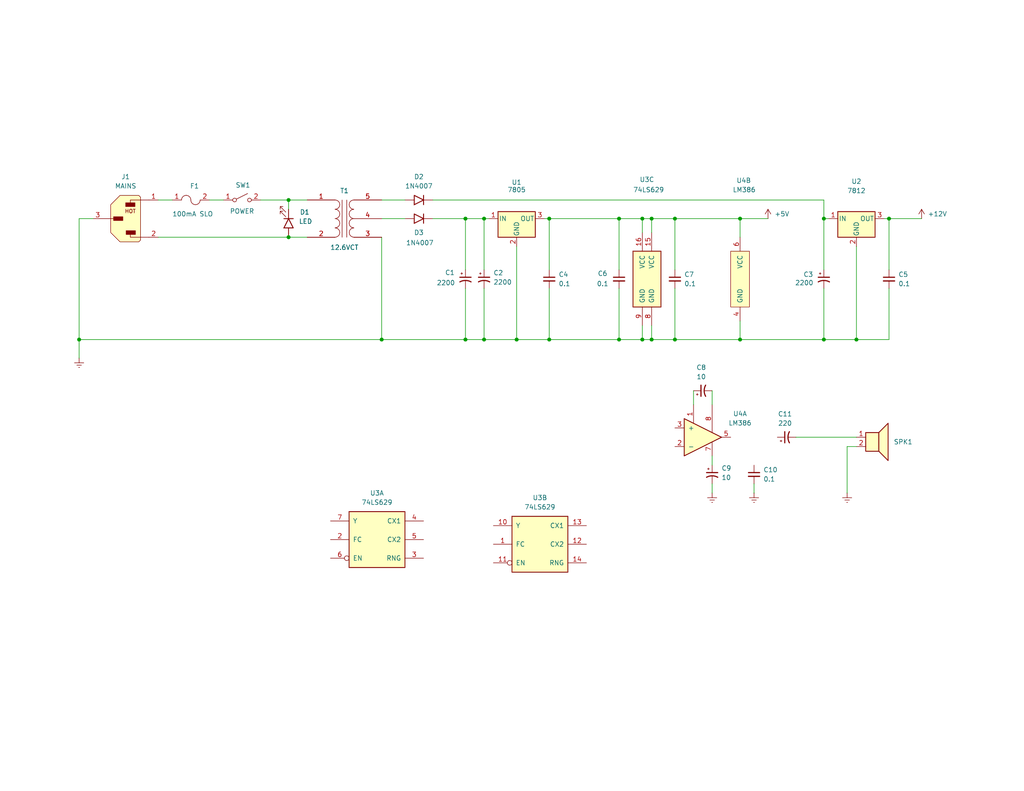
<source format=kicad_sch>
(kicad_sch
	(version 20250114)
	(generator "eeschema")
	(generator_version "9.0")
	(uuid "17bc74a1-29e3-4ca4-a253-845f012af07f")
	(paper "A")
	(lib_symbols
		(symbol "SWL40A:+12V"
			(power)
			(pin_numbers
				(hide yes)
			)
			(pin_names
				(offset 0)
				(hide yes)
			)
			(exclude_from_sim no)
			(in_bom yes)
			(on_board yes)
			(property "Reference" "#PWR"
				(at 0 -3.81 0)
				(effects
					(font
						(size 1.27 1.27)
					)
					(hide yes)
				)
			)
			(property "Value" "+12V"
				(at 0 3.556 0)
				(effects
					(font
						(size 1.27 1.27)
					)
				)
			)
			(property "Footprint" ""
				(at 0 0 0)
				(effects
					(font
						(size 1.27 1.27)
					)
					(hide yes)
				)
			)
			(property "Datasheet" ""
				(at 0 0 0)
				(effects
					(font
						(size 1.27 1.27)
					)
					(hide yes)
				)
			)
			(property "Description" ""
				(at 0 0 0)
				(effects
					(font
						(size 1.27 1.27)
					)
					(hide yes)
				)
			)
			(symbol "+12V_0_1"
				(polyline
					(pts
						(xy -0.762 1.27) (xy 0 2.54)
					)
					(stroke
						(width 0)
						(type default)
					)
					(fill
						(type none)
					)
				)
				(polyline
					(pts
						(xy 0 2.54) (xy 0.762 1.27)
					)
					(stroke
						(width 0)
						(type default)
					)
					(fill
						(type none)
					)
				)
				(polyline
					(pts
						(xy 0 0) (xy 0 2.54)
					)
					(stroke
						(width 0)
						(type default)
					)
					(fill
						(type none)
					)
				)
			)
			(symbol "+12V_1_1"
				(pin power_in line
					(at 0 0 90)
					(length 0)
					(name "~"
						(effects
							(font
								(size 1.27 1.27)
							)
						)
					)
					(number "1"
						(effects
							(font
								(size 1.27 1.27)
							)
						)
					)
				)
			)
			(embedded_fonts no)
		)
		(symbol "SWL40A:+5V"
			(power)
			(pin_numbers
				(hide yes)
			)
			(pin_names
				(offset 0)
				(hide yes)
			)
			(exclude_from_sim no)
			(in_bom yes)
			(on_board yes)
			(property "Reference" "#PWR"
				(at 0 -3.81 0)
				(effects
					(font
						(size 1.27 1.27)
					)
					(hide yes)
				)
			)
			(property "Value" "+5V"
				(at 0 3.556 0)
				(effects
					(font
						(size 1.27 1.27)
					)
				)
			)
			(property "Footprint" ""
				(at 0 0 0)
				(effects
					(font
						(size 1.27 1.27)
					)
					(hide yes)
				)
			)
			(property "Datasheet" ""
				(at 0 0 0)
				(effects
					(font
						(size 1.27 1.27)
					)
					(hide yes)
				)
			)
			(property "Description" ""
				(at 0 0 0)
				(effects
					(font
						(size 1.27 1.27)
					)
					(hide yes)
				)
			)
			(symbol "+5V_0_1"
				(polyline
					(pts
						(xy -0.762 1.27) (xy 0 2.54)
					)
					(stroke
						(width 0)
						(type default)
					)
					(fill
						(type none)
					)
				)
				(polyline
					(pts
						(xy 0 2.54) (xy 0.762 1.27)
					)
					(stroke
						(width 0)
						(type default)
					)
					(fill
						(type none)
					)
				)
				(polyline
					(pts
						(xy 0 0) (xy 0 2.54)
					)
					(stroke
						(width 0)
						(type default)
					)
					(fill
						(type none)
					)
				)
			)
			(symbol "+5V_1_1"
				(pin power_in line
					(at 0 0 90)
					(length 0)
					(name "~"
						(effects
							(font
								(size 1.27 1.27)
							)
						)
					)
					(number "1"
						(effects
							(font
								(size 1.27 1.27)
							)
						)
					)
				)
			)
			(embedded_fonts no)
		)
		(symbol "SWL40A:12.6VCT"
			(pin_names
				(offset 1.016)
				(hide yes)
			)
			(exclude_from_sim no)
			(in_bom yes)
			(on_board yes)
			(property "Reference" "T"
				(at 0 6.35 0)
				(effects
					(font
						(size 1.27 1.27)
					)
				)
			)
			(property "Value" "12.6VCT"
				(at 0 -7.62 0)
				(effects
					(font
						(size 1.27 1.27)
					)
				)
			)
			(property "Footprint" ""
				(at 0 0 0)
				(effects
					(font
						(size 1.27 1.27)
					)
					(hide yes)
				)
			)
			(property "Datasheet" ""
				(at 0 0 0)
				(effects
					(font
						(size 1.27 1.27)
					)
					(hide yes)
				)
			)
			(property "Description" ""
				(at 0 0 0)
				(effects
					(font
						(size 1.27 1.27)
					)
					(hide yes)
				)
			)
			(property "ki_keywords" "transformer"
				(at 0 0 0)
				(effects
					(font
						(size 1.27 1.27)
					)
					(hide yes)
				)
			)
			(symbol "12.6VCT_0_1"
				(arc
					(start -1.27 3.81)
					(mid -1.656 2.9336)
					(end -2.54 2.5654)
					(stroke
						(width 0)
						(type default)
					)
					(fill
						(type none)
					)
				)
				(arc
					(start -1.27 1.27)
					(mid -1.656 0.3936)
					(end -2.54 0.0254)
					(stroke
						(width 0)
						(type default)
					)
					(fill
						(type none)
					)
				)
				(arc
					(start -1.27 -1.27)
					(mid -1.656 -2.1464)
					(end -2.54 -2.5146)
					(stroke
						(width 0)
						(type default)
					)
					(fill
						(type none)
					)
				)
				(arc
					(start -1.27 -3.81)
					(mid -1.656 -4.6864)
					(end -2.54 -5.0546)
					(stroke
						(width 0)
						(type default)
					)
					(fill
						(type none)
					)
				)
				(arc
					(start -2.54 5.08)
					(mid -1.642 4.708)
					(end -1.27 3.81)
					(stroke
						(width 0)
						(type default)
					)
					(fill
						(type none)
					)
				)
				(arc
					(start -2.54 2.54)
					(mid -1.642 2.168)
					(end -1.27 1.27)
					(stroke
						(width 0)
						(type default)
					)
					(fill
						(type none)
					)
				)
				(arc
					(start -2.54 0)
					(mid -1.642 -0.372)
					(end -1.27 -1.27)
					(stroke
						(width 0)
						(type default)
					)
					(fill
						(type none)
					)
				)
				(arc
					(start -2.54 -2.54)
					(mid -1.642 -2.912)
					(end -1.27 -3.81)
					(stroke
						(width 0)
						(type default)
					)
					(fill
						(type none)
					)
				)
				(polyline
					(pts
						(xy -0.635 5.08) (xy -0.635 -5.08)
					)
					(stroke
						(width 0)
						(type default)
					)
					(fill
						(type none)
					)
				)
				(polyline
					(pts
						(xy 0.635 -5.08) (xy 0.635 5.08)
					)
					(stroke
						(width 0)
						(type default)
					)
					(fill
						(type none)
					)
				)
				(arc
					(start 1.2954 3.81)
					(mid 1.6457 4.7117)
					(end 2.54 5.08)
					(stroke
						(width 0)
						(type default)
					)
					(fill
						(type none)
					)
				)
				(arc
					(start 1.2954 1.27)
					(mid 1.6457 2.1717)
					(end 2.54 2.54)
					(stroke
						(width 0)
						(type default)
					)
					(fill
						(type none)
					)
				)
				(arc
					(start 1.2954 -1.27)
					(mid 1.6457 -0.3683)
					(end 2.54 0)
					(stroke
						(width 0)
						(type default)
					)
					(fill
						(type none)
					)
				)
				(arc
					(start 2.54 2.5654)
					(mid 1.6599 2.9299)
					(end 1.2954 3.81)
					(stroke
						(width 0)
						(type default)
					)
					(fill
						(type none)
					)
				)
				(arc
					(start 2.54 0.0254)
					(mid 1.6599 0.3899)
					(end 1.2954 1.27)
					(stroke
						(width 0)
						(type default)
					)
					(fill
						(type none)
					)
				)
				(arc
					(start 2.54 -2.5146)
					(mid 1.6599 -2.1501)
					(end 1.2954 -1.27)
					(stroke
						(width 0)
						(type default)
					)
					(fill
						(type none)
					)
				)
				(arc
					(start 1.3208 -3.81)
					(mid 1.6711 -2.9085)
					(end 2.5654 -2.54)
					(stroke
						(width 0)
						(type default)
					)
					(fill
						(type none)
					)
				)
				(arc
					(start 2.5654 -5.0546)
					(mid 1.6851 -4.6902)
					(end 1.3208 -3.81)
					(stroke
						(width 0)
						(type default)
					)
					(fill
						(type none)
					)
				)
			)
			(symbol "12.6VCT_1_1"
				(pin passive line
					(at -10.16 5.08 0)
					(length 7.62)
					(name "AA"
						(effects
							(font
								(size 1.27 1.27)
							)
						)
					)
					(number "1"
						(effects
							(font
								(size 1.27 1.27)
							)
						)
					)
				)
				(pin passive line
					(at -10.16 -5.08 0)
					(length 7.62)
					(name "AB"
						(effects
							(font
								(size 1.27 1.27)
							)
						)
					)
					(number "2"
						(effects
							(font
								(size 1.27 1.27)
							)
						)
					)
				)
				(pin passive line
					(at 10.16 5.08 180)
					(length 7.62)
					(name "SB"
						(effects
							(font
								(size 1.27 1.27)
							)
						)
					)
					(number "5"
						(effects
							(font
								(size 1.27 1.27)
							)
						)
					)
				)
				(pin passive line
					(at 10.16 0 180)
					(length 7.62)
					(name "SC"
						(effects
							(font
								(size 1.27 1.27)
							)
						)
					)
					(number "4"
						(effects
							(font
								(size 1.27 1.27)
							)
						)
					)
				)
				(pin passive line
					(at 10.16 -5.08 180)
					(length 7.62)
					(name "SA"
						(effects
							(font
								(size 1.27 1.27)
							)
						)
					)
					(number "3"
						(effects
							(font
								(size 1.27 1.27)
							)
						)
					)
				)
			)
			(embedded_fonts no)
		)
		(symbol "SWL40A:1N4007"
			(pin_numbers
				(hide yes)
			)
			(pin_names
				(hide yes)
			)
			(exclude_from_sim no)
			(in_bom yes)
			(on_board yes)
			(property "Reference" "D"
				(at 0 2.54 0)
				(effects
					(font
						(size 1.27 1.27)
					)
				)
			)
			(property "Value" "1N4007"
				(at 0 -2.54 0)
				(effects
					(font
						(size 1.27 1.27)
					)
				)
			)
			(property "Footprint" ""
				(at 0 -4.445 0)
				(effects
					(font
						(size 1.27 1.27)
					)
					(hide yes)
				)
			)
			(property "Datasheet" ""
				(at 2.54 9.906 0)
				(effects
					(font
						(size 1.27 1.27)
					)
					(hide yes)
				)
			)
			(property "Description" ""
				(at 0 0 0)
				(effects
					(font
						(size 1.27 1.27)
					)
					(hide yes)
				)
			)
			(property "Sim.Device" ""
				(at 0 0 0)
				(effects
					(font
						(size 1.27 1.27)
					)
					(hide yes)
				)
			)
			(property "Sim.Pins" ""
				(at 0 0 0)
				(effects
					(font
						(size 1.27 1.27)
					)
					(hide yes)
				)
			)
			(property "ki_keywords" "diode"
				(at 0 0 0)
				(effects
					(font
						(size 1.27 1.27)
					)
					(hide yes)
				)
			)
			(property "ki_fp_filters" "D*DO?41*"
				(at 0 0 0)
				(effects
					(font
						(size 1.27 1.27)
					)
					(hide yes)
				)
			)
			(symbol "1N4007_0_1"
				(polyline
					(pts
						(xy -1.27 1.27) (xy -1.27 -1.27)
					)
					(stroke
						(width 0.254)
						(type default)
					)
					(fill
						(type none)
					)
				)
				(polyline
					(pts
						(xy 1.27 1.27) (xy 1.27 -1.27) (xy -1.27 0) (xy 1.27 1.27)
					)
					(stroke
						(width 0.254)
						(type default)
					)
					(fill
						(type none)
					)
				)
			)
			(symbol "1N4007_1_1"
				(pin passive line
					(at -3.81 0 0)
					(length 2.54)
					(name "K"
						(effects
							(font
								(size 1.27 1.27)
							)
						)
					)
					(number "1"
						(effects
							(font
								(size 1.27 1.27)
							)
						)
					)
				)
				(pin passive line
					(at 3.81 0 180)
					(length 2.54)
					(name "A"
						(effects
							(font
								(size 1.27 1.27)
							)
						)
					)
					(number "2"
						(effects
							(font
								(size 1.27 1.27)
							)
						)
					)
				)
			)
			(embedded_fonts no)
		)
		(symbol "SWL40A:74LS629"
			(pin_names
				(offset 1.016)
			)
			(exclude_from_sim no)
			(in_bom yes)
			(on_board yes)
			(property "Reference" "U"
				(at -7.62 8.89 0)
				(effects
					(font
						(size 1.27 1.27)
					)
				)
			)
			(property "Value" "74LS629"
				(at -7.62 -8.89 0)
				(effects
					(font
						(size 1.27 1.27)
					)
				)
			)
			(property "Footprint" ""
				(at 0 0 0)
				(effects
					(font
						(size 1.27 1.27)
					)
					(hide yes)
				)
			)
			(property "Datasheet" ""
				(at 0 0 0)
				(effects
					(font
						(size 1.27 1.27)
					)
					(hide yes)
				)
			)
			(property "Description" ""
				(at 0 0 0)
				(effects
					(font
						(size 1.27 1.27)
					)
					(hide yes)
				)
			)
			(property "ki_locked" ""
				(at 0 0 0)
				(effects
					(font
						(size 1.27 1.27)
					)
				)
			)
			(property "ki_keywords" "VCO"
				(at 0 0 0)
				(effects
					(font
						(size 1.27 1.27)
					)
					(hide yes)
				)
			)
			(symbol "74LS629_1_0"
				(pin passive line
					(at -12.7 5.08 0)
					(length 5.08)
					(name "Y"
						(effects
							(font
								(size 1.27 1.27)
							)
						)
					)
					(number "7"
						(effects
							(font
								(size 1.27 1.27)
							)
						)
					)
				)
				(pin passive line
					(at -12.7 0 0)
					(length 5.08)
					(name "FC"
						(effects
							(font
								(size 1.27 1.27)
							)
						)
					)
					(number "2"
						(effects
							(font
								(size 1.27 1.27)
							)
						)
					)
				)
				(pin passive inverted
					(at -12.7 -5.08 0)
					(length 5.08)
					(name "EN"
						(effects
							(font
								(size 1.27 1.27)
							)
						)
					)
					(number "6"
						(effects
							(font
								(size 1.27 1.27)
							)
						)
					)
				)
				(pin passive line
					(at 12.7 5.08 180)
					(length 5.08)
					(name "CX1"
						(effects
							(font
								(size 1.27 1.27)
							)
						)
					)
					(number "4"
						(effects
							(font
								(size 1.27 1.27)
							)
						)
					)
				)
				(pin passive line
					(at 12.7 0 180)
					(length 5.08)
					(name "CX2"
						(effects
							(font
								(size 1.27 1.27)
							)
						)
					)
					(number "5"
						(effects
							(font
								(size 1.27 1.27)
							)
						)
					)
				)
				(pin passive line
					(at 12.7 -5.08 180)
					(length 5.08)
					(name "RNG"
						(effects
							(font
								(size 1.27 1.27)
							)
						)
					)
					(number "3"
						(effects
							(font
								(size 1.27 1.27)
							)
						)
					)
				)
			)
			(symbol "74LS629_1_1"
				(rectangle
					(start -7.62 7.62)
					(end 7.62 -7.62)
					(stroke
						(width 0.254)
						(type default)
					)
					(fill
						(type background)
					)
				)
			)
			(symbol "74LS629_2_0"
				(pin passive line
					(at -12.7 5.08 0)
					(length 5.08)
					(name "Y"
						(effects
							(font
								(size 1.27 1.27)
							)
						)
					)
					(number "10"
						(effects
							(font
								(size 1.27 1.27)
							)
						)
					)
				)
				(pin passive line
					(at -12.7 0 0)
					(length 5.08)
					(name "FC"
						(effects
							(font
								(size 1.27 1.27)
							)
						)
					)
					(number "1"
						(effects
							(font
								(size 1.27 1.27)
							)
						)
					)
				)
				(pin passive inverted
					(at -12.7 -5.08 0)
					(length 5.08)
					(name "EN"
						(effects
							(font
								(size 1.27 1.27)
							)
						)
					)
					(number "11"
						(effects
							(font
								(size 1.27 1.27)
							)
						)
					)
				)
				(pin passive line
					(at 12.7 5.08 180)
					(length 5.08)
					(name "CX1"
						(effects
							(font
								(size 1.27 1.27)
							)
						)
					)
					(number "13"
						(effects
							(font
								(size 1.27 1.27)
							)
						)
					)
				)
				(pin passive line
					(at 12.7 0 180)
					(length 5.08)
					(name "CX2"
						(effects
							(font
								(size 1.27 1.27)
							)
						)
					)
					(number "12"
						(effects
							(font
								(size 1.27 1.27)
							)
						)
					)
				)
				(pin passive line
					(at 12.7 -5.08 180)
					(length 5.08)
					(name "RNG"
						(effects
							(font
								(size 1.27 1.27)
							)
						)
					)
					(number "14"
						(effects
							(font
								(size 1.27 1.27)
							)
						)
					)
				)
			)
			(symbol "74LS629_2_1"
				(rectangle
					(start -7.62 7.62)
					(end 7.62 -7.62)
					(stroke
						(width 0.254)
						(type default)
					)
					(fill
						(type background)
					)
				)
			)
			(symbol "74LS629_3_0"
				(pin passive line
					(at -1.27 12.7 270)
					(length 5.08)
					(name "VCC"
						(effects
							(font
								(size 1.27 1.27)
							)
						)
					)
					(number "16"
						(effects
							(font
								(size 1.27 1.27)
							)
						)
					)
				)
				(pin passive line
					(at -1.27 -12.7 90)
					(length 5.08)
					(name "GND"
						(effects
							(font
								(size 1.27 1.27)
							)
						)
					)
					(number "9"
						(effects
							(font
								(size 1.27 1.27)
							)
						)
					)
				)
				(pin passive line
					(at 1.27 12.7 270)
					(length 5.08)
					(name "VCC"
						(effects
							(font
								(size 1.27 1.27)
							)
						)
					)
					(number "15"
						(effects
							(font
								(size 1.27 1.27)
							)
						)
					)
				)
				(pin passive line
					(at 1.27 -12.7 90)
					(length 5.08)
					(name "GND"
						(effects
							(font
								(size 1.27 1.27)
							)
						)
					)
					(number "8"
						(effects
							(font
								(size 1.27 1.27)
							)
						)
					)
				)
			)
			(symbol "74LS629_3_1"
				(rectangle
					(start -3.81 7.62)
					(end 3.81 -7.62)
					(stroke
						(width 0.254)
						(type default)
					)
					(fill
						(type background)
					)
				)
			)
			(embedded_fonts no)
		)
		(symbol "SWL40A:78XX"
			(pin_names
				(offset 0.254)
			)
			(exclude_from_sim no)
			(in_bom yes)
			(on_board yes)
			(property "Reference" "U"
				(at -3.81 3.175 0)
				(effects
					(font
						(size 1.27 1.27)
					)
				)
			)
			(property "Value" "78XX"
				(at 0 3.175 0)
				(effects
					(font
						(size 1.27 1.27)
					)
					(justify left)
				)
			)
			(property "Footprint" ""
				(at 0.635 -3.81 0)
				(effects
					(font
						(size 1.27 1.27)
					)
					(justify left)
					(hide yes)
				)
			)
			(property "Datasheet" ""
				(at 0 -1.27 0)
				(effects
					(font
						(size 1.27 1.27)
					)
					(hide yes)
				)
			)
			(property "Description" ""
				(at 0 0 0)
				(effects
					(font
						(size 1.27 1.27)
					)
					(hide yes)
				)
			)
			(symbol "78XX_0_1"
				(rectangle
					(start -5.08 1.905)
					(end 5.08 -5.08)
					(stroke
						(width 0.254)
						(type default)
					)
					(fill
						(type background)
					)
				)
			)
			(symbol "78XX_1_1"
				(pin passive line
					(at -7.62 0 0)
					(length 2.54)
					(name "IN"
						(effects
							(font
								(size 1.27 1.27)
							)
						)
					)
					(number "1"
						(effects
							(font
								(size 1.27 1.27)
							)
						)
					)
				)
				(pin passive line
					(at 0 -7.62 90)
					(length 2.54)
					(name "GND"
						(effects
							(font
								(size 1.27 1.27)
							)
						)
					)
					(number "2"
						(effects
							(font
								(size 1.27 1.27)
							)
						)
					)
				)
				(pin passive line
					(at 7.62 0 180)
					(length 2.54)
					(name "OUT"
						(effects
							(font
								(size 1.27 1.27)
							)
						)
					)
					(number "3"
						(effects
							(font
								(size 1.27 1.27)
							)
						)
					)
				)
			)
			(embedded_fonts no)
		)
		(symbol "SWL40A:C"
			(pin_numbers
				(hide yes)
			)
			(pin_names
				(offset 0.254)
				(hide yes)
			)
			(exclude_from_sim no)
			(in_bom yes)
			(on_board yes)
			(property "Reference" "C"
				(at 0.254 1.778 0)
				(effects
					(font
						(size 1.27 1.27)
					)
					(justify left)
				)
			)
			(property "Value" "C"
				(at 0.254 -2.032 0)
				(effects
					(font
						(size 1.27 1.27)
					)
					(justify left)
				)
			)
			(property "Footprint" ""
				(at 0 0 0)
				(effects
					(font
						(size 1.27 1.27)
					)
					(hide yes)
				)
			)
			(property "Datasheet" ""
				(at 0 0 0)
				(effects
					(font
						(size 1.27 1.27)
					)
					(hide yes)
				)
			)
			(property "Description" ""
				(at 0 0 0)
				(effects
					(font
						(size 1.27 1.27)
					)
					(hide yes)
				)
			)
			(symbol "C_0_1"
				(polyline
					(pts
						(xy -1.524 0.508) (xy 1.524 0.508)
					)
					(stroke
						(width 0.3048)
						(type default)
					)
					(fill
						(type none)
					)
				)
				(polyline
					(pts
						(xy -1.524 -0.508) (xy 1.524 -0.508)
					)
					(stroke
						(width 0.3302)
						(type default)
					)
					(fill
						(type none)
					)
				)
			)
			(symbol "C_1_1"
				(pin passive line
					(at 0 2.54 270)
					(length 2.032)
					(name "~"
						(effects
							(font
								(size 1.27 1.27)
							)
						)
					)
					(number "1"
						(effects
							(font
								(size 1.27 1.27)
							)
						)
					)
				)
				(pin passive line
					(at 0 -2.54 90)
					(length 2.032)
					(name "~"
						(effects
							(font
								(size 1.27 1.27)
							)
						)
					)
					(number "2"
						(effects
							(font
								(size 1.27 1.27)
							)
						)
					)
				)
			)
			(embedded_fonts no)
		)
		(symbol "SWL40A:C_POLARIZED"
			(pin_numbers
				(hide yes)
			)
			(pin_names
				(offset 0.254)
				(hide yes)
			)
			(exclude_from_sim no)
			(in_bom yes)
			(on_board yes)
			(property "Reference" "C"
				(at 0.254 1.778 0)
				(effects
					(font
						(size 1.27 1.27)
					)
					(justify left)
				)
			)
			(property "Value" "C_POLARIZED"
				(at 0.254 -2.032 0)
				(effects
					(font
						(size 1.27 1.27)
					)
					(justify left)
				)
			)
			(property "Footprint" ""
				(at 0 0 0)
				(effects
					(font
						(size 1.27 1.27)
					)
					(hide yes)
				)
			)
			(property "Datasheet" ""
				(at 0 0 0)
				(effects
					(font
						(size 1.27 1.27)
					)
					(hide yes)
				)
			)
			(property "Description" ""
				(at 0 0 0)
				(effects
					(font
						(size 1.27 1.27)
					)
					(hide yes)
				)
			)
			(property "ki_keywords" "cap capacitor"
				(at 0 0 0)
				(effects
					(font
						(size 1.27 1.27)
					)
					(hide yes)
				)
			)
			(symbol "C_POLARIZED_0_1"
				(polyline
					(pts
						(xy -1.524 0.508) (xy 1.524 0.508)
					)
					(stroke
						(width 0.3048)
						(type default)
					)
					(fill
						(type none)
					)
				)
				(polyline
					(pts
						(xy -1.27 1.524) (xy -0.762 1.524)
					)
					(stroke
						(width 0)
						(type default)
					)
					(fill
						(type none)
					)
				)
				(polyline
					(pts
						(xy -1.016 1.27) (xy -1.016 1.778)
					)
					(stroke
						(width 0)
						(type default)
					)
					(fill
						(type none)
					)
				)
				(arc
					(start -1.524 -0.762)
					(mid 0 -0.3734)
					(end 1.524 -0.762)
					(stroke
						(width 0.3048)
						(type default)
					)
					(fill
						(type none)
					)
				)
			)
			(symbol "C_POLARIZED_1_1"
				(pin passive line
					(at 0 2.54 270)
					(length 2.032)
					(name "~"
						(effects
							(font
								(size 1.27 1.27)
							)
						)
					)
					(number "1"
						(effects
							(font
								(size 1.27 1.27)
							)
						)
					)
				)
				(pin passive line
					(at 0 -2.54 90)
					(length 2.032)
					(name "~"
						(effects
							(font
								(size 1.27 1.27)
							)
						)
					)
					(number "2"
						(effects
							(font
								(size 1.27 1.27)
							)
						)
					)
				)
			)
			(embedded_fonts no)
		)
		(symbol "SWL40A:FUSE"
			(exclude_from_sim no)
			(in_bom yes)
			(on_board yes)
			(property "Reference" "F"
				(at 0.254 2.54 0)
				(effects
					(font
						(size 1.27 1.27)
					)
				)
			)
			(property "Value" ""
				(at 0 0 0)
				(effects
					(font
						(size 1.27 1.27)
					)
				)
			)
			(property "Footprint" ""
				(at 0 0 0)
				(effects
					(font
						(size 1.27 1.27)
					)
					(hide yes)
				)
			)
			(property "Datasheet" ""
				(at 0 0 0)
				(effects
					(font
						(size 1.27 1.27)
					)
					(hide yes)
				)
			)
			(property "Description" ""
				(at 0 0 0)
				(effects
					(font
						(size 1.27 1.27)
					)
					(hide yes)
				)
			)
			(symbol "FUSE_0_1"
				(arc
					(start -1.27 1.27)
					(mid -0.372 0.898)
					(end 0 0)
					(stroke
						(width 0)
						(type default)
					)
					(fill
						(type none)
					)
				)
				(arc
					(start -2.54 0)
					(mid -2.168 0.898)
					(end -1.27 1.27)
					(stroke
						(width 0)
						(type default)
					)
					(fill
						(type none)
					)
				)
				(arc
					(start 1.27 -1.27)
					(mid 0.372 -0.898)
					(end 0 0)
					(stroke
						(width 0)
						(type default)
					)
					(fill
						(type none)
					)
				)
				(arc
					(start 2.54 0)
					(mid 2.168 -0.898)
					(end 1.27 -1.27)
					(stroke
						(width 0)
						(type default)
					)
					(fill
						(type none)
					)
				)
			)
			(symbol "FUSE_1_1"
				(pin passive line
					(at -5.08 0 0)
					(length 2.54)
					(name ""
						(effects
							(font
								(size 1.27 1.27)
							)
						)
					)
					(number "1"
						(effects
							(font
								(size 1.27 1.27)
							)
						)
					)
				)
				(pin passive line
					(at 5.08 0 180)
					(length 2.54)
					(name ""
						(effects
							(font
								(size 1.27 1.27)
							)
						)
					)
					(number "2"
						(effects
							(font
								(size 1.27 1.27)
							)
						)
					)
				)
			)
			(embedded_fonts no)
		)
		(symbol "SWL40A:GND"
			(power)
			(pin_numbers
				(hide yes)
			)
			(pin_names
				(offset 0)
				(hide yes)
			)
			(exclude_from_sim no)
			(in_bom yes)
			(on_board yes)
			(property "Reference" "#PWR"
				(at 0 -6.35 0)
				(effects
					(font
						(size 1.27 1.27)
					)
					(hide yes)
				)
			)
			(property "Value" "GND"
				(at 0 -3.81 0)
				(effects
					(font
						(size 1.27 1.27)
					)
				)
			)
			(property "Footprint" ""
				(at 0 0 0)
				(effects
					(font
						(size 1.27 1.27)
					)
					(hide yes)
				)
			)
			(property "Datasheet" ""
				(at 0 0 0)
				(effects
					(font
						(size 1.27 1.27)
					)
					(hide yes)
				)
			)
			(property "Description" ""
				(at 0 0 0)
				(effects
					(font
						(size 1.27 1.27)
					)
					(hide yes)
				)
			)
			(property "ki_keywords" "global power"
				(at 0 0 0)
				(effects
					(font
						(size 1.27 1.27)
					)
					(hide yes)
				)
			)
			(symbol "GND_0_1"
				(polyline
					(pts
						(xy -0.635 -1.905) (xy 0.635 -1.905)
					)
					(stroke
						(width 0)
						(type default)
					)
					(fill
						(type none)
					)
				)
				(polyline
					(pts
						(xy -0.127 -2.54) (xy 0.127 -2.54)
					)
					(stroke
						(width 0)
						(type default)
					)
					(fill
						(type none)
					)
				)
				(polyline
					(pts
						(xy 0 -1.27) (xy 0 0)
					)
					(stroke
						(width 0)
						(type default)
					)
					(fill
						(type none)
					)
				)
				(polyline
					(pts
						(xy 1.27 -1.27) (xy -1.27 -1.27)
					)
					(stroke
						(width 0)
						(type default)
					)
					(fill
						(type none)
					)
				)
			)
			(symbol "GND_1_1"
				(pin power_in line
					(at 0 0 270)
					(length 0)
					(name "~"
						(effects
							(font
								(size 1.27 1.27)
							)
						)
					)
					(number "1"
						(effects
							(font
								(size 1.27 1.27)
							)
						)
					)
				)
			)
			(embedded_fonts no)
		)
		(symbol "SWL40A:LED"
			(pin_numbers
				(hide yes)
			)
			(pin_names
				(offset 1.016)
				(hide yes)
			)
			(exclude_from_sim no)
			(in_bom yes)
			(on_board yes)
			(property "Reference" "D"
				(at 0 2.54 0)
				(effects
					(font
						(size 1.27 1.27)
					)
				)
			)
			(property "Value" "LED"
				(at 0 -2.54 0)
				(effects
					(font
						(size 1.27 1.27)
					)
				)
			)
			(property "Footprint" ""
				(at 0 0 0)
				(effects
					(font
						(size 1.27 1.27)
					)
					(hide yes)
				)
			)
			(property "Datasheet" ""
				(at 0 0 0)
				(effects
					(font
						(size 1.27 1.27)
					)
					(hide yes)
				)
			)
			(property "Description" ""
				(at 0 0 0)
				(effects
					(font
						(size 1.27 1.27)
					)
					(hide yes)
				)
			)
			(property "Sim.Pins" ""
				(at 0 0 0)
				(effects
					(font
						(size 1.27 1.27)
					)
					(hide yes)
				)
			)
			(property "ki_keywords" "LED diode"
				(at 0 0 0)
				(effects
					(font
						(size 1.27 1.27)
					)
					(hide yes)
				)
			)
			(symbol "LED_0_1"
				(polyline
					(pts
						(xy -3.048 -0.762) (xy -4.572 -2.286) (xy -3.81 -2.286) (xy -4.572 -2.286) (xy -4.572 -1.524)
					)
					(stroke
						(width 0)
						(type default)
					)
					(fill
						(type none)
					)
				)
				(polyline
					(pts
						(xy -1.778 -0.762) (xy -3.302 -2.286) (xy -2.54 -2.286) (xy -3.302 -2.286) (xy -3.302 -1.524)
					)
					(stroke
						(width 0)
						(type default)
					)
					(fill
						(type none)
					)
				)
				(polyline
					(pts
						(xy -1.27 -1.27) (xy -1.27 1.27)
					)
					(stroke
						(width 0.254)
						(type default)
					)
					(fill
						(type none)
					)
				)
				(polyline
					(pts
						(xy 1.27 -1.27) (xy 1.27 1.27) (xy -1.27 0) (xy 1.27 -1.27)
					)
					(stroke
						(width 0.254)
						(type default)
					)
					(fill
						(type none)
					)
				)
			)
			(symbol "LED_1_1"
				(pin passive line
					(at -3.81 0 0)
					(length 2.54)
					(name "K"
						(effects
							(font
								(size 1.27 1.27)
							)
						)
					)
					(number "1"
						(effects
							(font
								(size 1.27 1.27)
							)
						)
					)
				)
				(pin passive line
					(at 3.81 0 180)
					(length 2.54)
					(name "A"
						(effects
							(font
								(size 1.27 1.27)
							)
						)
					)
					(number "2"
						(effects
							(font
								(size 1.27 1.27)
							)
						)
					)
				)
			)
			(embedded_fonts no)
		)
		(symbol "SWL40A:LM386"
			(pin_names
				(offset 1.016)
			)
			(exclude_from_sim no)
			(in_bom yes)
			(on_board yes)
			(property "Reference" "U"
				(at 6.35 -3.302 0)
				(effects
					(font
						(size 1.27 1.27)
					)
					(justify left)
				)
			)
			(property "Value" "LM386"
				(at 5.334 -5.842 0)
				(effects
					(font
						(size 1.27 1.27)
					)
					(justify left)
				)
			)
			(property "Footprint" ""
				(at 2.54 2.54 0)
				(effects
					(font
						(size 1.27 1.27)
					)
					(hide yes)
				)
			)
			(property "Datasheet" ""
				(at 5.08 5.08 0)
				(effects
					(font
						(size 1.27 1.27)
					)
					(hide yes)
				)
			)
			(property "Description" ""
				(at 0 0 0)
				(effects
					(font
						(size 1.27 1.27)
					)
					(hide yes)
				)
			)
			(property "ki_locked" ""
				(at 0 0 0)
				(effects
					(font
						(size 1.27 1.27)
					)
				)
			)
			(property "ki_fp_filters" "SOIC*3.9x4.9mm*P1.27mm* DIP*W7.62mm* MSSOP*P0.65mm* TSSOP*3x3mm*P0.5mm*"
				(at 0 0 0)
				(effects
					(font
						(size 1.27 1.27)
					)
					(hide yes)
				)
			)
			(symbol "LM386_1_1"
				(polyline
					(pts
						(xy 5.08 0) (xy -5.08 5.08) (xy -5.08 -5.08) (xy 5.08 0)
					)
					(stroke
						(width 0.254)
						(type solid)
					)
					(fill
						(type background)
					)
				)
				(pin passive line
					(at -7.62 2.54 0)
					(length 2.54)
					(name "+"
						(effects
							(font
								(size 1.27 1.27)
							)
						)
					)
					(number "3"
						(effects
							(font
								(size 1.27 1.27)
							)
						)
					)
				)
				(pin passive line
					(at -7.62 -2.54 0)
					(length 2.54)
					(name "-"
						(effects
							(font
								(size 1.27 1.27)
							)
						)
					)
					(number "2"
						(effects
							(font
								(size 1.27 1.27)
							)
						)
					)
				)
				(pin passive line
					(at -2.54 8.89 270)
					(length 5.08)
					(name ""
						(effects
							(font
								(size 0.508 0.508)
							)
						)
					)
					(number "1"
						(effects
							(font
								(size 1.27 1.27)
							)
						)
					)
				)
				(pin passive line
					(at 2.54 8.89 270)
					(length 7.62)
					(name ""
						(effects
							(font
								(size 0.508 0.508)
							)
						)
					)
					(number "8"
						(effects
							(font
								(size 1.27 1.27)
							)
						)
					)
				)
				(pin passive line
					(at 2.54 -5.08 90)
					(length 3.81)
					(name ""
						(effects
							(font
								(size 0.508 0.508)
							)
						)
					)
					(number "7"
						(effects
							(font
								(size 1.27 1.27)
							)
						)
					)
				)
				(pin passive line
					(at 7.62 0 180)
					(length 2.54)
					(name "~"
						(effects
							(font
								(size 1.27 1.27)
							)
						)
					)
					(number "5"
						(effects
							(font
								(size 1.27 1.27)
							)
						)
					)
				)
			)
			(symbol "LM386_2_1"
				(rectangle
					(start -2.54 7.62)
					(end 2.54 -7.62)
					(stroke
						(width 0)
						(type solid)
					)
					(fill
						(type background)
					)
				)
				(pin passive line
					(at 0 11.43 270)
					(length 3.81)
					(name "VCC"
						(effects
							(font
								(size 1.27 1.27)
							)
						)
					)
					(number "6"
						(effects
							(font
								(size 1.27 1.27)
							)
						)
					)
				)
				(pin passive line
					(at 0 -11.43 90)
					(length 3.81)
					(name "GND"
						(effects
							(font
								(size 1.27 1.27)
							)
						)
					)
					(number "4"
						(effects
							(font
								(size 1.27 1.27)
							)
						)
					)
				)
			)
			(embedded_fonts no)
		)
		(symbol "SWL40A:MAINS"
			(exclude_from_sim no)
			(in_bom yes)
			(on_board yes)
			(property "Reference" "J"
				(at -2.794 8.128 0)
				(effects
					(font
						(size 1.27 1.27)
					)
				)
			)
			(property "Value" "MAINS"
				(at -1.778 -8.636 0)
				(effects
					(font
						(size 1.27 1.27)
					)
				)
			)
			(property "Footprint" ""
				(at -2.286 0 0)
				(effects
					(font
						(size 1.27 1.27)
					)
					(hide yes)
				)
			)
			(property "Datasheet" ""
				(at -2.286 0 0)
				(effects
					(font
						(size 1.27 1.27)
					)
					(hide yes)
				)
			)
			(property "Description" ""
				(at -0.635 0 0)
				(effects
					(font
						(size 1.27 1.27)
					)
					(hide yes)
				)
			)
			(symbol "MAINS_0_1"
				(polyline
					(pts
						(xy -7.62 5.08) (xy -2.54 5.08) (xy -2.54 3.81)
					)
					(stroke
						(width 0)
						(type default)
					)
					(fill
						(type none)
					)
				)
				(polyline
					(pts
						(xy -7.62 -5.08) (xy -2.54 -5.08) (xy -2.54 -3.81)
					)
					(stroke
						(width 0)
						(type default)
					)
					(fill
						(type none)
					)
				)
				(polyline
					(pts
						(xy 5.08 0) (xy 1.27 0)
					)
					(stroke
						(width 0)
						(type default)
					)
					(fill
						(type none)
					)
				)
			)
			(symbol "MAINS_1_1"
				(polyline
					(pts
						(xy -4.826 -6.35) (xy -5.334 -5.842) (xy -5.334 5.842) (xy -4.826 6.35) (xy 0.254 6.35) (xy 2.794 3.81)
						(xy 2.794 -3.81) (xy 0.254 -6.35) (xy -4.826 -6.35)
					)
					(stroke
						(width 0)
						(type default)
					)
					(fill
						(type background)
					)
				)
				(rectangle
					(start -3.937 -3.302)
					(end -1.397 -4.318)
					(stroke
						(width 0)
						(type default)
					)
					(fill
						(type outline)
					)
				)
				(rectangle
					(start -3.81 4.318)
					(end -1.27 3.302)
					(stroke
						(width 0)
						(type default)
					)
					(fill
						(type outline)
					)
				)
				(rectangle
					(start -0.508 0.508)
					(end 2.032 -0.508)
					(stroke
						(width 0)
						(type default)
					)
					(fill
						(type outline)
					)
				)
				(text "HOT"
					(at -2.54 2.032 0)
					(effects
						(font
							(size 1.016 1.016)
						)
					)
				)
				(pin passive line
					(at -10.16 5.08 0)
					(length 2.54)
					(name ""
						(effects
							(font
								(size 1.27 1.27)
							)
						)
					)
					(number "1"
						(effects
							(font
								(size 1.27 1.27)
							)
						)
					)
				)
				(pin passive line
					(at -10.16 -5.08 0)
					(length 2.54)
					(name ""
						(effects
							(font
								(size 1.27 1.27)
							)
						)
					)
					(number "2"
						(effects
							(font
								(size 1.27 1.27)
							)
						)
					)
				)
				(pin passive line
					(at 7.62 0 180)
					(length 2.54)
					(name ""
						(effects
							(font
								(size 1.27 1.27)
							)
						)
					)
					(number "3"
						(effects
							(font
								(size 1.27 1.27)
							)
						)
					)
				)
			)
			(embedded_fonts no)
		)
		(symbol "SWL40A:SPEAKER"
			(pin_names
				(offset 0)
				(hide yes)
			)
			(exclude_from_sim no)
			(in_bom yes)
			(on_board yes)
			(property "Reference" "SPK"
				(at 1.27 5.715 0)
				(effects
					(font
						(size 1.27 1.27)
					)
					(justify right)
				)
			)
			(property "Value" ""
				(at 1.27 3.81 0)
				(effects
					(font
						(size 1.27 1.27)
					)
					(justify right)
					(hide yes)
				)
			)
			(property "Footprint" ""
				(at 0 -5.08 0)
				(effects
					(font
						(size 1.27 1.27)
					)
					(hide yes)
				)
			)
			(property "Datasheet" ""
				(at -0.254 -1.27 0)
				(effects
					(font
						(size 1.27 1.27)
					)
					(hide yes)
				)
			)
			(property "Description" ""
				(at 0 0 0)
				(effects
					(font
						(size 1.27 1.27)
					)
					(hide yes)
				)
			)
			(symbol "SPEAKER_1_0"
				(rectangle
					(start -2.54 1.27)
					(end 1.016 -3.81)
					(stroke
						(width 0.254)
						(type solid)
					)
					(fill
						(type background)
					)
				)
				(polyline
					(pts
						(xy 1.016 1.27) (xy 3.556 3.81) (xy 3.556 -6.35) (xy 1.016 -3.81)
					)
					(stroke
						(width 0.254)
						(type solid)
					)
					(fill
						(type background)
					)
				)
			)
			(symbol "SPEAKER_1_1"
				(pin input line
					(at -5.08 0 0)
					(length 2.54)
					(name "1"
						(effects
							(font
								(size 1.27 1.27)
							)
						)
					)
					(number "1"
						(effects
							(font
								(size 1.27 1.27)
							)
						)
					)
				)
				(pin input line
					(at -5.08 -2.54 0)
					(length 2.54)
					(name "2"
						(effects
							(font
								(size 1.27 1.27)
							)
						)
					)
					(number "2"
						(effects
							(font
								(size 1.27 1.27)
							)
						)
					)
				)
			)
			(embedded_fonts no)
		)
		(symbol "SWL40A:SWITCH"
			(pin_names
				(offset 0)
				(hide yes)
			)
			(exclude_from_sim no)
			(in_bom yes)
			(on_board yes)
			(property "Reference" "SW"
				(at 0 3.175 0)
				(effects
					(font
						(size 1.27 1.27)
					)
				)
			)
			(property "Value" "POWER"
				(at 0 -2.54 0)
				(effects
					(font
						(size 1.27 1.27)
					)
				)
			)
			(property "Footprint" ""
				(at 0 0 0)
				(effects
					(font
						(size 1.27 1.27)
					)
					(hide yes)
				)
			)
			(property "Datasheet" ""
				(at 0 0 0)
				(effects
					(font
						(size 1.27 1.27)
					)
					(hide yes)
				)
			)
			(property "Description" ""
				(at 0 0 0)
				(effects
					(font
						(size 1.27 1.27)
					)
					(hide yes)
				)
			)
			(property "ki_keywords" "switch"
				(at 0 0 0)
				(effects
					(font
						(size 1.27 1.27)
					)
					(hide yes)
				)
			)
			(symbol "SWITCH_0_0"
				(circle
					(center -2.032 0)
					(radius 0.508)
					(stroke
						(width 0)
						(type default)
					)
					(fill
						(type none)
					)
				)
				(polyline
					(pts
						(xy -1.524 0.254) (xy 1.524 1.778)
					)
					(stroke
						(width 0)
						(type default)
					)
					(fill
						(type none)
					)
				)
				(circle
					(center 2.032 0)
					(radius 0.508)
					(stroke
						(width 0)
						(type default)
					)
					(fill
						(type none)
					)
				)
			)
			(symbol "SWITCH_1_1"
				(pin passive line
					(at -5.08 0 0)
					(length 2.54)
					(name "A"
						(effects
							(font
								(size 1.27 1.27)
							)
						)
					)
					(number "1"
						(effects
							(font
								(size 1.27 1.27)
							)
						)
					)
				)
				(pin passive line
					(at 5.08 0 180)
					(length 2.54)
					(name "B"
						(effects
							(font
								(size 1.27 1.27)
							)
						)
					)
					(number "2"
						(effects
							(font
								(size 1.27 1.27)
							)
						)
					)
				)
			)
			(embedded_fonts no)
		)
	)
	(junction
		(at 149.86 92.71)
		(diameter 0)
		(color 0 0 0 0)
		(uuid "02b43ce3-6a08-4fa1-9acd-b3e83ee6f9c4")
	)
	(junction
		(at 184.15 92.71)
		(diameter 0)
		(color 0 0 0 0)
		(uuid "17f5bf39-b91b-4078-a51f-69ad8190acf3")
	)
	(junction
		(at 184.15 59.69)
		(diameter 0)
		(color 0 0 0 0)
		(uuid "3596d334-9eb7-4205-9646-d80619f64cab")
	)
	(junction
		(at 104.14 92.71)
		(diameter 0)
		(color 0 0 0 0)
		(uuid "48f3e294-f2fe-4f57-91f5-279153b21829")
	)
	(junction
		(at 224.79 92.71)
		(diameter 0)
		(color 0 0 0 0)
		(uuid "4f106b23-f70e-480f-a97c-973d187d5958")
	)
	(junction
		(at 127 92.71)
		(diameter 0)
		(color 0 0 0 0)
		(uuid "5227a3bd-8878-4546-a710-acf86aac52e1")
	)
	(junction
		(at 242.57 59.69)
		(diameter 0)
		(color 0 0 0 0)
		(uuid "56f91c67-138c-4085-b482-17e09e4de9d5")
	)
	(junction
		(at 175.26 59.69)
		(diameter 0)
		(color 0 0 0 0)
		(uuid "5ddc815d-dc28-498a-bed9-7e9f814da371")
	)
	(junction
		(at 175.26 92.71)
		(diameter 0)
		(color 0 0 0 0)
		(uuid "5e7430b7-6666-42fa-b0af-a71b29b1e576")
	)
	(junction
		(at 201.93 59.69)
		(diameter 0)
		(color 0 0 0 0)
		(uuid "6b081cf3-1080-41b0-a476-db66b691e28e")
	)
	(junction
		(at 233.68 92.71)
		(diameter 0)
		(color 0 0 0 0)
		(uuid "6e2cccc1-8e19-48ef-a39b-e06032dedf98")
	)
	(junction
		(at 78.74 54.61)
		(diameter 0)
		(color 0 0 0 0)
		(uuid "719af86e-d966-4386-afbc-4914712b2028")
	)
	(junction
		(at 168.91 59.69)
		(diameter 0)
		(color 0 0 0 0)
		(uuid "81935006-3049-4d8c-8594-4f79053b628a")
	)
	(junction
		(at 21.59 92.71)
		(diameter 0)
		(color 0 0 0 0)
		(uuid "88d0e220-04cc-481f-a577-409877cb79a2")
	)
	(junction
		(at 177.8 59.69)
		(diameter 0)
		(color 0 0 0 0)
		(uuid "9d725727-e7f0-47f3-b890-3710ef288710")
	)
	(junction
		(at 132.08 59.69)
		(diameter 0)
		(color 0 0 0 0)
		(uuid "a1a3ae5a-373b-4a76-b6ba-f2bfb412a2f3")
	)
	(junction
		(at 78.74 64.77)
		(diameter 0)
		(color 0 0 0 0)
		(uuid "a2cc0488-a943-43c5-8203-c8204069c3d6")
	)
	(junction
		(at 224.79 59.69)
		(diameter 0)
		(color 0 0 0 0)
		(uuid "a2e51af5-1e98-4ed6-a525-90b16e095e93")
	)
	(junction
		(at 149.86 59.69)
		(diameter 0)
		(color 0 0 0 0)
		(uuid "b5dd8ee5-2e00-466b-8904-4b124775e0e5")
	)
	(junction
		(at 201.93 92.71)
		(diameter 0)
		(color 0 0 0 0)
		(uuid "b65f6726-c6c3-47ec-8217-979d1eda7bd9")
	)
	(junction
		(at 140.97 92.71)
		(diameter 0)
		(color 0 0 0 0)
		(uuid "be20de27-641b-48fe-9318-b8f31d56c316")
	)
	(junction
		(at 177.8 92.71)
		(diameter 0)
		(color 0 0 0 0)
		(uuid "cdd3b0e2-15cd-48bc-99d0-0109836e76de")
	)
	(junction
		(at 127 59.69)
		(diameter 0)
		(color 0 0 0 0)
		(uuid "d070409d-8dda-42dc-b686-e572efbebefa")
	)
	(junction
		(at 168.91 92.71)
		(diameter 0)
		(color 0 0 0 0)
		(uuid "d405bd6b-78a8-463e-89dc-6808cfd02310")
	)
	(junction
		(at 132.08 92.71)
		(diameter 0)
		(color 0 0 0 0)
		(uuid "fb864d9a-0c1d-4ee2-948c-5bf70c036781")
	)
	(wire
		(pts
			(xy 177.8 59.69) (xy 177.8 63.5)
		)
		(stroke
			(width 0)
			(type default)
		)
		(uuid "065f772a-954c-4e35-a9ee-c2d0b240e190")
	)
	(wire
		(pts
			(xy 21.59 92.71) (xy 104.14 92.71)
		)
		(stroke
			(width 0)
			(type default)
		)
		(uuid "09419344-69c0-4b1d-ac3a-860972b7825d")
	)
	(wire
		(pts
			(xy 127 92.71) (xy 132.08 92.71)
		)
		(stroke
			(width 0)
			(type default)
		)
		(uuid "15def6b3-449f-43be-9916-75e447634e89")
	)
	(wire
		(pts
			(xy 148.59 59.69) (xy 149.86 59.69)
		)
		(stroke
			(width 0)
			(type default)
		)
		(uuid "1cc520aa-201c-433d-b9b8-3e9e112a4b84")
	)
	(wire
		(pts
			(xy 177.8 88.9) (xy 177.8 92.71)
		)
		(stroke
			(width 0)
			(type default)
		)
		(uuid "1dae88be-83a4-44ac-b018-a1400c7b9443")
	)
	(wire
		(pts
			(xy 184.15 59.69) (xy 201.93 59.69)
		)
		(stroke
			(width 0)
			(type default)
		)
		(uuid "271d7c7d-bebb-4397-8071-90e75ea13258")
	)
	(wire
		(pts
			(xy 132.08 59.69) (xy 132.08 73.66)
		)
		(stroke
			(width 0)
			(type default)
		)
		(uuid "2bfe73c8-0f76-45f2-b478-fee3e7e10627")
	)
	(wire
		(pts
			(xy 175.26 92.71) (xy 177.8 92.71)
		)
		(stroke
			(width 0)
			(type default)
		)
		(uuid "2c02cad7-f78c-4141-be92-30414caf4033")
	)
	(wire
		(pts
			(xy 224.79 59.69) (xy 226.06 59.69)
		)
		(stroke
			(width 0)
			(type default)
		)
		(uuid "31458f87-8073-44de-bc8f-033ae7ff061e")
	)
	(wire
		(pts
			(xy 127 59.69) (xy 132.08 59.69)
		)
		(stroke
			(width 0)
			(type default)
		)
		(uuid "38fca221-02d6-45e8-bb20-a039c2aa4d47")
	)
	(wire
		(pts
			(xy 78.74 64.77) (xy 83.82 64.77)
		)
		(stroke
			(width 0)
			(type default)
		)
		(uuid "416c11f6-a5e3-49e4-9c99-6162ceacaeaa")
	)
	(wire
		(pts
			(xy 242.57 59.69) (xy 251.46 59.69)
		)
		(stroke
			(width 0)
			(type default)
		)
		(uuid "43562e09-5aa5-4a73-9914-e96052e55042")
	)
	(wire
		(pts
			(xy 201.93 87.63) (xy 201.93 92.71)
		)
		(stroke
			(width 0)
			(type default)
		)
		(uuid "455b5cb4-4fc9-4b93-944b-8ac9e7aad64b")
	)
	(wire
		(pts
			(xy 242.57 78.74) (xy 242.57 92.71)
		)
		(stroke
			(width 0)
			(type default)
		)
		(uuid "456042ba-94f2-4431-b7bc-41daf4a8a4f7")
	)
	(wire
		(pts
			(xy 224.79 59.69) (xy 224.79 73.66)
		)
		(stroke
			(width 0)
			(type default)
		)
		(uuid "492d50cf-86b4-4396-b7a1-44b119ff56aa")
	)
	(wire
		(pts
			(xy 149.86 92.71) (xy 168.91 92.71)
		)
		(stroke
			(width 0)
			(type default)
		)
		(uuid "4c3c0440-47e6-4aad-b04e-1b64d3134b38")
	)
	(wire
		(pts
			(xy 184.15 92.71) (xy 201.93 92.71)
		)
		(stroke
			(width 0)
			(type default)
		)
		(uuid "53606d01-7bee-46ae-804d-417f05105139")
	)
	(wire
		(pts
			(xy 132.08 59.69) (xy 133.35 59.69)
		)
		(stroke
			(width 0)
			(type default)
		)
		(uuid "555b97c2-f5ca-4145-b176-cdfdd86ebf13")
	)
	(wire
		(pts
			(xy 104.14 64.77) (xy 104.14 92.71)
		)
		(stroke
			(width 0)
			(type default)
		)
		(uuid "5b075233-36e4-46c9-8fea-d35362f535e2")
	)
	(wire
		(pts
			(xy 194.31 106.68) (xy 194.31 110.49)
		)
		(stroke
			(width 0)
			(type default)
		)
		(uuid "5e8bcac2-4102-4e2b-acc6-2342fc31188c")
	)
	(wire
		(pts
			(xy 168.91 78.74) (xy 168.91 92.71)
		)
		(stroke
			(width 0)
			(type default)
		)
		(uuid "629fd433-2399-4ce4-8c11-f34adb77184c")
	)
	(wire
		(pts
			(xy 104.14 54.61) (xy 110.49 54.61)
		)
		(stroke
			(width 0)
			(type default)
		)
		(uuid "62dbee75-b7e2-4692-a5a5-d629591a24b8")
	)
	(wire
		(pts
			(xy 201.93 64.77) (xy 201.93 59.69)
		)
		(stroke
			(width 0)
			(type default)
		)
		(uuid "64110414-6730-479b-b345-50d83403f61b")
	)
	(wire
		(pts
			(xy 118.11 54.61) (xy 224.79 54.61)
		)
		(stroke
			(width 0)
			(type default)
		)
		(uuid "690ca5c2-4c00-41d0-a1ce-44059b0b17d7")
	)
	(wire
		(pts
			(xy 132.08 92.71) (xy 140.97 92.71)
		)
		(stroke
			(width 0)
			(type default)
		)
		(uuid "6cfb8e72-83b7-41a8-b639-11c3bdbd1527")
	)
	(wire
		(pts
			(xy 21.59 59.69) (xy 25.4 59.69)
		)
		(stroke
			(width 0)
			(type default)
		)
		(uuid "733e3eed-05fc-4a06-9c35-56a5193b9d0a")
	)
	(wire
		(pts
			(xy 168.91 59.69) (xy 168.91 73.66)
		)
		(stroke
			(width 0)
			(type default)
		)
		(uuid "74529cdc-94d2-4dfd-89f8-d26ea310bc12")
	)
	(wire
		(pts
			(xy 118.11 59.69) (xy 127 59.69)
		)
		(stroke
			(width 0)
			(type default)
		)
		(uuid "7494358a-2eaa-4b8f-b2cc-bb04babc9efe")
	)
	(wire
		(pts
			(xy 205.74 132.08) (xy 205.74 134.62)
		)
		(stroke
			(width 0)
			(type default)
		)
		(uuid "7801e7bf-53d8-44d8-84f5-5b70b83db4f9")
	)
	(wire
		(pts
			(xy 168.91 92.71) (xy 175.26 92.71)
		)
		(stroke
			(width 0)
			(type default)
		)
		(uuid "7a6b57ce-1ff8-46e0-bfb6-75df473ef89f")
	)
	(wire
		(pts
			(xy 140.97 92.71) (xy 149.86 92.71)
		)
		(stroke
			(width 0)
			(type default)
		)
		(uuid "7b81c0b7-64ce-46a8-b618-5bca49bcea88")
	)
	(wire
		(pts
			(xy 224.79 92.71) (xy 233.68 92.71)
		)
		(stroke
			(width 0)
			(type default)
		)
		(uuid "7dcbc891-645b-4af8-a658-2bafe477eb8d")
	)
	(wire
		(pts
			(xy 224.79 54.61) (xy 224.79 59.69)
		)
		(stroke
			(width 0)
			(type default)
		)
		(uuid "80c0e0f1-f512-4a82-ad33-512e5d1b80e6")
	)
	(wire
		(pts
			(xy 175.26 59.69) (xy 175.26 63.5)
		)
		(stroke
			(width 0)
			(type default)
		)
		(uuid "80e4b13d-07de-44e5-9857-5d686aca7403")
	)
	(wire
		(pts
			(xy 43.18 54.61) (xy 46.99 54.61)
		)
		(stroke
			(width 0)
			(type default)
		)
		(uuid "98b47840-b415-453a-bf07-945a40f22165")
	)
	(wire
		(pts
			(xy 149.86 78.74) (xy 149.86 92.71)
		)
		(stroke
			(width 0)
			(type default)
		)
		(uuid "99d4b69d-9af2-4fec-b596-a72238f994b8")
	)
	(wire
		(pts
			(xy 71.12 54.61) (xy 78.74 54.61)
		)
		(stroke
			(width 0)
			(type default)
		)
		(uuid "99eec126-0fc9-45f5-aee0-63a957c591ea")
	)
	(wire
		(pts
			(xy 78.74 54.61) (xy 83.82 54.61)
		)
		(stroke
			(width 0)
			(type default)
		)
		(uuid "9a446efd-049e-4180-bdfb-e98c5d1d5516")
	)
	(wire
		(pts
			(xy 127 78.74) (xy 127 92.71)
		)
		(stroke
			(width 0)
			(type default)
		)
		(uuid "9e4a8c65-3150-4240-9857-4850cca9d622")
	)
	(wire
		(pts
			(xy 201.93 59.69) (xy 209.55 59.69)
		)
		(stroke
			(width 0)
			(type default)
		)
		(uuid "a9c6485a-890f-4d00-a72e-760033dea4f0")
	)
	(wire
		(pts
			(xy 104.14 92.71) (xy 127 92.71)
		)
		(stroke
			(width 0)
			(type default)
		)
		(uuid "aa36a637-7021-4cec-bf76-430a456d7392")
	)
	(wire
		(pts
			(xy 184.15 78.74) (xy 184.15 92.71)
		)
		(stroke
			(width 0)
			(type default)
		)
		(uuid "aa9bc9ba-f131-4e21-be6e-12c115d0ee87")
	)
	(wire
		(pts
			(xy 78.74 57.15) (xy 78.74 54.61)
		)
		(stroke
			(width 0)
			(type default)
		)
		(uuid "ace7974e-9b82-496a-b923-d7916b06a6de")
	)
	(wire
		(pts
			(xy 233.68 92.71) (xy 242.57 92.71)
		)
		(stroke
			(width 0)
			(type default)
		)
		(uuid "ae47f18e-3b3b-4fae-a133-987d6badde8a")
	)
	(wire
		(pts
			(xy 175.26 59.69) (xy 177.8 59.69)
		)
		(stroke
			(width 0)
			(type default)
		)
		(uuid "af563ea6-bb19-4574-b94b-da78bd0e5583")
	)
	(wire
		(pts
			(xy 132.08 78.74) (xy 132.08 92.71)
		)
		(stroke
			(width 0)
			(type default)
		)
		(uuid "b09a0196-1fbb-4e86-b215-3f08cde526f4")
	)
	(wire
		(pts
			(xy 140.97 67.31) (xy 140.97 92.71)
		)
		(stroke
			(width 0)
			(type default)
		)
		(uuid "b0e242d6-3d8b-4cbb-8ce8-b62b33e2dbad")
	)
	(wire
		(pts
			(xy 233.68 67.31) (xy 233.68 92.71)
		)
		(stroke
			(width 0)
			(type default)
		)
		(uuid "b235cdc7-72a3-47fc-bf37-41a09be735da")
	)
	(wire
		(pts
			(xy 168.91 59.69) (xy 175.26 59.69)
		)
		(stroke
			(width 0)
			(type default)
		)
		(uuid "b23bf0b6-0e00-44b0-be48-3e07acf2a59a")
	)
	(wire
		(pts
			(xy 194.31 132.08) (xy 194.31 134.62)
		)
		(stroke
			(width 0)
			(type default)
		)
		(uuid "b5835067-e446-481a-a2a7-2b0cd6ea5aa3")
	)
	(wire
		(pts
			(xy 184.15 59.69) (xy 184.15 73.66)
		)
		(stroke
			(width 0)
			(type default)
		)
		(uuid "b684dc99-e3a0-4165-aabf-de8c0b4c8235")
	)
	(wire
		(pts
			(xy 201.93 92.71) (xy 224.79 92.71)
		)
		(stroke
			(width 0)
			(type default)
		)
		(uuid "beb176a5-1cec-44dc-ba70-2fe3f1b3ee2b")
	)
	(wire
		(pts
			(xy 21.59 97.79) (xy 21.59 92.71)
		)
		(stroke
			(width 0)
			(type default)
		)
		(uuid "c15b9be2-6b2e-47cc-96a7-d69a0c56d4f7")
	)
	(wire
		(pts
			(xy 43.18 64.77) (xy 78.74 64.77)
		)
		(stroke
			(width 0)
			(type default)
		)
		(uuid "c3a79b48-7825-49db-bf49-9b3e192bc791")
	)
	(wire
		(pts
			(xy 57.15 54.61) (xy 60.96 54.61)
		)
		(stroke
			(width 0)
			(type default)
		)
		(uuid "c95b1f10-7df0-4f7c-af54-110178f469f9")
	)
	(wire
		(pts
			(xy 189.23 106.68) (xy 189.23 110.49)
		)
		(stroke
			(width 0)
			(type default)
		)
		(uuid "ca8f23af-571b-4118-b5de-8ac436c1d224")
	)
	(wire
		(pts
			(xy 104.14 59.69) (xy 110.49 59.69)
		)
		(stroke
			(width 0)
			(type default)
		)
		(uuid "cc34b5d8-d55c-41ec-91bc-5130cd036e8a")
	)
	(wire
		(pts
			(xy 177.8 92.71) (xy 184.15 92.71)
		)
		(stroke
			(width 0)
			(type default)
		)
		(uuid "cce6c9b1-882f-4f3c-934a-a2e3c8ddfd1c")
	)
	(wire
		(pts
			(xy 224.79 78.74) (xy 224.79 92.71)
		)
		(stroke
			(width 0)
			(type default)
		)
		(uuid "cd165300-bb8e-4125-be1d-6347ab042916")
	)
	(wire
		(pts
			(xy 242.57 59.69) (xy 242.57 73.66)
		)
		(stroke
			(width 0)
			(type default)
		)
		(uuid "d3cab3d5-d2c3-4d4d-b28c-dd6dc85f24b4")
	)
	(wire
		(pts
			(xy 149.86 59.69) (xy 149.86 73.66)
		)
		(stroke
			(width 0)
			(type default)
		)
		(uuid "d791c355-6d49-41e2-9161-956ee37d243b")
	)
	(wire
		(pts
			(xy 217.17 119.38) (xy 233.68 119.38)
		)
		(stroke
			(width 0)
			(type default)
		)
		(uuid "dc0b0475-cb6c-4819-9c84-ab1503fa0938")
	)
	(wire
		(pts
			(xy 21.59 59.69) (xy 21.59 92.71)
		)
		(stroke
			(width 0)
			(type default)
		)
		(uuid "e08d6a1d-df10-4db8-8d2b-6c4365ee14f2")
	)
	(wire
		(pts
			(xy 177.8 59.69) (xy 184.15 59.69)
		)
		(stroke
			(width 0)
			(type default)
		)
		(uuid "ee27be8a-f5c3-43c0-a892-4254e07ab74a")
	)
	(wire
		(pts
			(xy 231.14 121.92) (xy 231.14 134.62)
		)
		(stroke
			(width 0)
			(type default)
		)
		(uuid "f161853b-4966-48d3-9e9d-624697a509ee")
	)
	(wire
		(pts
			(xy 149.86 59.69) (xy 168.91 59.69)
		)
		(stroke
			(width 0)
			(type default)
		)
		(uuid "f2165d12-bd14-4460-a3e2-918527d1b333")
	)
	(wire
		(pts
			(xy 194.31 124.46) (xy 194.31 127)
		)
		(stroke
			(width 0)
			(type default)
		)
		(uuid "f3aaeb9e-35fa-425d-8580-3af0986760ac")
	)
	(wire
		(pts
			(xy 233.68 121.92) (xy 231.14 121.92)
		)
		(stroke
			(width 0)
			(type default)
		)
		(uuid "f5befd0f-8b78-4673-b01b-32bdc7259783")
	)
	(wire
		(pts
			(xy 127 59.69) (xy 127 73.66)
		)
		(stroke
			(width 0)
			(type default)
		)
		(uuid "f91c05e8-6826-4514-82c7-9129f1cc8da4")
	)
	(wire
		(pts
			(xy 175.26 88.9) (xy 175.26 92.71)
		)
		(stroke
			(width 0)
			(type default)
		)
		(uuid "fb33173e-f46b-4a17-a672-29fa3f7244e1")
	)
	(wire
		(pts
			(xy 241.3 59.69) (xy 242.57 59.69)
		)
		(stroke
			(width 0)
			(type default)
		)
		(uuid "ff3fac99-0dd4-48a0-afe7-705183195c20")
	)
	(symbol
		(lib_id "SWL40A:C_POLARIZED")
		(at 191.77 106.68 90)
		(unit 1)
		(exclude_from_sim no)
		(in_bom yes)
		(on_board yes)
		(dnp no)
		(fields_autoplaced yes)
		(uuid "01f9d608-db0f-46fd-b09d-2ca6c4871ddc")
		(property "Reference" "C8"
			(at 191.3382 100.33 90)
			(effects
				(font
					(size 1.27 1.27)
				)
			)
		)
		(property "Value" "10"
			(at 191.3382 102.87 90)
			(effects
				(font
					(size 1.27 1.27)
				)
			)
		)
		(property "Footprint" ""
			(at 191.77 106.68 0)
			(effects
				(font
					(size 1.27 1.27)
				)
				(hide yes)
			)
		)
		(property "Datasheet" ""
			(at 191.77 106.68 0)
			(effects
				(font
					(size 1.27 1.27)
				)
				(hide yes)
			)
		)
		(property "Description" ""
			(at 191.77 106.68 0)
			(effects
				(font
					(size 1.27 1.27)
				)
				(hide yes)
			)
		)
		(pin "2"
			(uuid "3a45602d-7ac7-4297-81aa-c3c894cb2627")
		)
		(pin "1"
			(uuid "c98e8bef-cdd1-4b75-ba75-7825e0c13736")
		)
		(instances
			(project ""
				(path "/17bc74a1-29e3-4ca4-a253-845f012af07f"
					(reference "C8")
					(unit 1)
				)
			)
		)
	)
	(symbol
		(lib_id "SWL40A:FUSE")
		(at 52.07 54.61 0)
		(unit 1)
		(exclude_from_sim no)
		(in_bom yes)
		(on_board yes)
		(dnp no)
		(uuid "043b01ae-658a-468b-a102-1857b0bbd35c")
		(property "Reference" "F1"
			(at 53.086 50.8 0)
			(effects
				(font
					(size 1.27 1.27)
				)
			)
		)
		(property "Value" "100mA SLO"
			(at 52.578 58.42 0)
			(effects
				(font
					(size 1.27 1.27)
				)
			)
		)
		(property "Footprint" ""
			(at 52.07 54.61 0)
			(effects
				(font
					(size 1.27 1.27)
				)
				(hide yes)
			)
		)
		(property "Datasheet" ""
			(at 52.07 54.61 0)
			(effects
				(font
					(size 1.27 1.27)
				)
				(hide yes)
			)
		)
		(property "Description" ""
			(at 52.07 54.61 0)
			(effects
				(font
					(size 1.27 1.27)
				)
				(hide yes)
			)
		)
		(pin "2"
			(uuid "5a933aab-86bb-4d40-826c-1da714520337")
		)
		(pin "1"
			(uuid "30dba378-0e3b-4451-bd7a-8d8714159270")
		)
		(instances
			(project ""
				(path "/17bc74a1-29e3-4ca4-a253-845f012af07f"
					(reference "F1")
					(unit 1)
				)
			)
		)
	)
	(symbol
		(lib_id "SWL40A:78XX")
		(at 140.97 59.69 0)
		(unit 1)
		(exclude_from_sim no)
		(in_bom yes)
		(on_board yes)
		(dnp no)
		(uuid "09e745f3-3d85-4385-a221-2adc814c22ff")
		(property "Reference" "U1"
			(at 140.97 49.784 0)
			(effects
				(font
					(size 1.27 1.27)
				)
			)
		)
		(property "Value" "7805"
			(at 140.97 51.816 0)
			(effects
				(font
					(size 1.27 1.27)
				)
			)
		)
		(property "Footprint" ""
			(at 141.605 63.5 0)
			(effects
				(font
					(size 1.27 1.27)
				)
				(justify left)
				(hide yes)
			)
		)
		(property "Datasheet" ""
			(at 140.97 60.96 0)
			(effects
				(font
					(size 1.27 1.27)
				)
				(hide yes)
			)
		)
		(property "Description" ""
			(at 140.97 59.69 0)
			(effects
				(font
					(size 1.27 1.27)
				)
				(hide yes)
			)
		)
		(pin "1"
			(uuid "f8a534a0-b371-4518-b337-da7e7c61308a")
		)
		(pin "2"
			(uuid "34dc733a-ac38-44e8-aa2a-68ba11fb05c6")
		)
		(pin "3"
			(uuid "d7ae223a-ca4b-4996-99e4-8df362f4c646")
		)
		(instances
			(project ""
				(path "/17bc74a1-29e3-4ca4-a253-845f012af07f"
					(reference "U1")
					(unit 1)
				)
			)
		)
	)
	(symbol
		(lib_id "SWL40A:LM386")
		(at 191.77 119.38 0)
		(unit 1)
		(exclude_from_sim no)
		(in_bom yes)
		(on_board yes)
		(dnp no)
		(fields_autoplaced yes)
		(uuid "0d23d95d-684a-413f-a743-735ac5bcefbb")
		(property "Reference" "U4"
			(at 201.93 112.9598 0)
			(effects
				(font
					(size 1.27 1.27)
				)
			)
		)
		(property "Value" "LM386"
			(at 201.93 115.4998 0)
			(effects
				(font
					(size 1.27 1.27)
				)
			)
		)
		(property "Footprint" ""
			(at 194.31 116.84 0)
			(effects
				(font
					(size 1.27 1.27)
				)
				(hide yes)
			)
		)
		(property "Datasheet" ""
			(at 196.85 114.3 0)
			(effects
				(font
					(size 1.27 1.27)
				)
				(hide yes)
			)
		)
		(property "Description" ""
			(at 191.77 119.38 0)
			(effects
				(font
					(size 1.27 1.27)
				)
				(hide yes)
			)
		)
		(pin "7"
			(uuid "59e604e0-af4c-4502-a651-b35b33799fe9")
		)
		(pin "6"
			(uuid "788bc637-d53f-41b7-b2b1-a733c8861b4f")
		)
		(pin "3"
			(uuid "250ff162-5a0c-4dd3-960b-4fc6daf97010")
		)
		(pin "2"
			(uuid "086029bc-881f-4853-bb95-1c996f1a3f71")
		)
		(pin "4"
			(uuid "24b7ebcc-c53d-4470-b4b5-0f20cf3a4eaf")
		)
		(pin "1"
			(uuid "b2510131-5ceb-4502-a48a-4eb3850f049c")
		)
		(pin "5"
			(uuid "e1156724-d7ce-442c-9b2d-a260190173f9")
		)
		(pin "8"
			(uuid "2d64fa4d-158c-4263-a6d3-a6fda32d5624")
		)
		(instances
			(project ""
				(path "/17bc74a1-29e3-4ca4-a253-845f012af07f"
					(reference "U4")
					(unit 1)
				)
			)
		)
	)
	(symbol
		(lib_id "SWL40A:GND")
		(at 194.31 134.62 0)
		(unit 1)
		(exclude_from_sim no)
		(in_bom yes)
		(on_board yes)
		(dnp no)
		(fields_autoplaced yes)
		(uuid "103bf466-a3f7-4815-9620-8ea6c46a24e9")
		(property "Reference" "#PWR04"
			(at 194.31 140.97 0)
			(effects
				(font
					(size 1.27 1.27)
				)
				(hide yes)
			)
		)
		(property "Value" "GND"
			(at 194.31 139.7 0)
			(effects
				(font
					(size 1.27 1.27)
				)
				(hide yes)
			)
		)
		(property "Footprint" ""
			(at 194.31 134.62 0)
			(effects
				(font
					(size 1.27 1.27)
				)
				(hide yes)
			)
		)
		(property "Datasheet" ""
			(at 194.31 134.62 0)
			(effects
				(font
					(size 1.27 1.27)
				)
				(hide yes)
			)
		)
		(property "Description" ""
			(at 194.31 134.62 0)
			(effects
				(font
					(size 1.27 1.27)
				)
				(hide yes)
			)
		)
		(pin "1"
			(uuid "73e367d8-ab32-4a3f-841c-158a526ff039")
		)
		(instances
			(project "power"
				(path "/17bc74a1-29e3-4ca4-a253-845f012af07f"
					(reference "#PWR04")
					(unit 1)
				)
			)
		)
	)
	(symbol
		(lib_id "SWL40A:LED")
		(at 78.74 60.96 270)
		(unit 1)
		(exclude_from_sim no)
		(in_bom yes)
		(on_board yes)
		(dnp no)
		(uuid "146e25db-2b52-49d2-9c8e-653cd7fed312")
		(property "Reference" "D1"
			(at 81.788 57.912 90)
			(effects
				(font
					(size 1.27 1.27)
				)
				(justify left)
			)
		)
		(property "Value" "LED"
			(at 81.534 60.452 90)
			(effects
				(font
					(size 1.27 1.27)
				)
				(justify left)
			)
		)
		(property "Footprint" ""
			(at 78.74 60.96 0)
			(effects
				(font
					(size 1.27 1.27)
				)
				(hide yes)
			)
		)
		(property "Datasheet" ""
			(at 78.74 60.96 0)
			(effects
				(font
					(size 1.27 1.27)
				)
				(hide yes)
			)
		)
		(property "Description" ""
			(at 78.74 60.96 0)
			(effects
				(font
					(size 1.27 1.27)
				)
				(hide yes)
			)
		)
		(property "Sim.Pins" ""
			(at 78.74 60.96 0)
			(effects
				(font
					(size 1.27 1.27)
				)
				(hide yes)
			)
		)
		(pin "2"
			(uuid "dc5e5602-aa26-4b29-81c0-ce099f941a17")
		)
		(pin "1"
			(uuid "a25046e1-b4b0-4001-a94b-838133f9673b")
		)
		(instances
			(project ""
				(path "/17bc74a1-29e3-4ca4-a253-845f012af07f"
					(reference "D1")
					(unit 1)
				)
			)
		)
	)
	(symbol
		(lib_id "SWL40A:C_POLARIZED")
		(at 214.63 119.38 90)
		(unit 1)
		(exclude_from_sim no)
		(in_bom yes)
		(on_board yes)
		(dnp no)
		(fields_autoplaced yes)
		(uuid "210d4e99-4d1f-4eb4-a61f-4f52b1ea47d3")
		(property "Reference" "C11"
			(at 214.1982 113.03 90)
			(effects
				(font
					(size 1.27 1.27)
				)
			)
		)
		(property "Value" "220"
			(at 214.1982 115.57 90)
			(effects
				(font
					(size 1.27 1.27)
				)
			)
		)
		(property "Footprint" ""
			(at 214.63 119.38 0)
			(effects
				(font
					(size 1.27 1.27)
				)
				(hide yes)
			)
		)
		(property "Datasheet" ""
			(at 214.63 119.38 0)
			(effects
				(font
					(size 1.27 1.27)
				)
				(hide yes)
			)
		)
		(property "Description" ""
			(at 214.63 119.38 0)
			(effects
				(font
					(size 1.27 1.27)
				)
				(hide yes)
			)
		)
		(pin "2"
			(uuid "c0c61b20-9af0-406e-b35e-baccf793aae9")
		)
		(pin "1"
			(uuid "a3767235-cc8a-4052-84ba-41353a2e5368")
		)
		(instances
			(project "power"
				(path "/17bc74a1-29e3-4ca4-a253-845f012af07f"
					(reference "C11")
					(unit 1)
				)
			)
		)
	)
	(symbol
		(lib_id "SWL40A:GND")
		(at 231.14 134.62 0)
		(unit 1)
		(exclude_from_sim no)
		(in_bom yes)
		(on_board yes)
		(dnp no)
		(fields_autoplaced yes)
		(uuid "2170f279-97bb-420a-8d4b-9c15895dc241")
		(property "Reference" "#PWR06"
			(at 231.14 140.97 0)
			(effects
				(font
					(size 1.27 1.27)
				)
				(hide yes)
			)
		)
		(property "Value" "GND"
			(at 231.14 139.7 0)
			(effects
				(font
					(size 1.27 1.27)
				)
				(hide yes)
			)
		)
		(property "Footprint" ""
			(at 231.14 134.62 0)
			(effects
				(font
					(size 1.27 1.27)
				)
				(hide yes)
			)
		)
		(property "Datasheet" ""
			(at 231.14 134.62 0)
			(effects
				(font
					(size 1.27 1.27)
				)
				(hide yes)
			)
		)
		(property "Description" ""
			(at 231.14 134.62 0)
			(effects
				(font
					(size 1.27 1.27)
				)
				(hide yes)
			)
		)
		(pin "1"
			(uuid "e2945cc0-e0a4-47db-bb38-19abdd4c1c84")
		)
		(instances
			(project "power"
				(path "/17bc74a1-29e3-4ca4-a253-845f012af07f"
					(reference "#PWR06")
					(unit 1)
				)
			)
		)
	)
	(symbol
		(lib_id "SWL40A:78XX")
		(at 233.68 59.69 0)
		(unit 1)
		(exclude_from_sim no)
		(in_bom yes)
		(on_board yes)
		(dnp no)
		(uuid "24b16927-d7e3-4130-be1d-19fd2ee23341")
		(property "Reference" "U2"
			(at 233.68 49.53 0)
			(effects
				(font
					(size 1.27 1.27)
				)
			)
		)
		(property "Value" "7812"
			(at 233.68 52.07 0)
			(effects
				(font
					(size 1.27 1.27)
				)
			)
		)
		(property "Footprint" ""
			(at 234.315 63.5 0)
			(effects
				(font
					(size 1.27 1.27)
				)
				(justify left)
				(hide yes)
			)
		)
		(property "Datasheet" ""
			(at 233.68 60.96 0)
			(effects
				(font
					(size 1.27 1.27)
				)
				(hide yes)
			)
		)
		(property "Description" ""
			(at 233.68 59.69 0)
			(effects
				(font
					(size 1.27 1.27)
				)
				(hide yes)
			)
		)
		(pin "1"
			(uuid "9f1d0989-1798-488d-9b6f-b1f30bdc1850")
		)
		(pin "2"
			(uuid "e0604dee-e41d-4cff-a6f6-22925052de7f")
		)
		(pin "3"
			(uuid "c30ca9fe-6e6e-44c3-af2f-d3c86f0b9f55")
		)
		(instances
			(project "power"
				(path "/17bc74a1-29e3-4ca4-a253-845f012af07f"
					(reference "U2")
					(unit 1)
				)
			)
		)
	)
	(symbol
		(lib_id "SWL40A:C")
		(at 149.86 76.2 0)
		(unit 1)
		(exclude_from_sim no)
		(in_bom yes)
		(on_board yes)
		(dnp no)
		(fields_autoplaced yes)
		(uuid "2634e32a-85e5-4fd4-b0af-4a7160dd693c")
		(property "Reference" "C4"
			(at 152.4 74.9362 0)
			(effects
				(font
					(size 1.27 1.27)
				)
				(justify left)
			)
		)
		(property "Value" "0.1"
			(at 152.4 77.4762 0)
			(effects
				(font
					(size 1.27 1.27)
				)
				(justify left)
			)
		)
		(property "Footprint" ""
			(at 149.86 76.2 0)
			(effects
				(font
					(size 1.27 1.27)
				)
				(hide yes)
			)
		)
		(property "Datasheet" ""
			(at 149.86 76.2 0)
			(effects
				(font
					(size 1.27 1.27)
				)
				(hide yes)
			)
		)
		(property "Description" ""
			(at 149.86 76.2 0)
			(effects
				(font
					(size 1.27 1.27)
				)
				(hide yes)
			)
		)
		(pin "1"
			(uuid "55031686-3145-4374-ac4e-3659b127eabd")
		)
		(pin "2"
			(uuid "437b830b-079a-403c-a589-faaf58b14c08")
		)
		(instances
			(project ""
				(path "/17bc74a1-29e3-4ca4-a253-845f012af07f"
					(reference "C4")
					(unit 1)
				)
			)
		)
	)
	(symbol
		(lib_id "SWL40A:C_POLARIZED")
		(at 132.08 76.2 0)
		(unit 1)
		(exclude_from_sim no)
		(in_bom yes)
		(on_board yes)
		(dnp no)
		(fields_autoplaced yes)
		(uuid "2e278021-896e-4e8c-b37e-b0b0c5e0aa9c")
		(property "Reference" "C2"
			(at 134.62 74.4981 0)
			(effects
				(font
					(size 1.27 1.27)
				)
				(justify left)
			)
		)
		(property "Value" "2200"
			(at 134.62 77.0381 0)
			(effects
				(font
					(size 1.27 1.27)
				)
				(justify left)
			)
		)
		(property "Footprint" ""
			(at 132.08 76.2 0)
			(effects
				(font
					(size 1.27 1.27)
				)
				(hide yes)
			)
		)
		(property "Datasheet" ""
			(at 132.08 76.2 0)
			(effects
				(font
					(size 1.27 1.27)
				)
				(hide yes)
			)
		)
		(property "Description" ""
			(at 132.08 76.2 0)
			(effects
				(font
					(size 1.27 1.27)
				)
				(hide yes)
			)
		)
		(pin "1"
			(uuid "57c449c7-f42c-4ebb-81e1-9ddcc66b5089")
		)
		(pin "2"
			(uuid "d9d61593-be6f-433a-9adb-4ad87e31ee43")
		)
		(instances
			(project "power"
				(path "/17bc74a1-29e3-4ca4-a253-845f012af07f"
					(reference "C2")
					(unit 1)
				)
			)
		)
	)
	(symbol
		(lib_id "SWL40A:74LS629")
		(at 147.32 148.59 0)
		(unit 2)
		(exclude_from_sim no)
		(in_bom yes)
		(on_board yes)
		(dnp no)
		(fields_autoplaced yes)
		(uuid "2f6fedaf-5832-4e83-97aa-985386d51ef0")
		(property "Reference" "U3"
			(at 147.32 135.89 0)
			(effects
				(font
					(size 1.27 1.27)
				)
			)
		)
		(property "Value" "74LS629"
			(at 147.32 138.43 0)
			(effects
				(font
					(size 1.27 1.27)
				)
			)
		)
		(property "Footprint" ""
			(at 147.32 148.59 0)
			(effects
				(font
					(size 1.27 1.27)
				)
				(hide yes)
			)
		)
		(property "Datasheet" ""
			(at 147.32 148.59 0)
			(effects
				(font
					(size 1.27 1.27)
				)
				(hide yes)
			)
		)
		(property "Description" ""
			(at 147.32 148.59 0)
			(effects
				(font
					(size 1.27 1.27)
				)
				(hide yes)
			)
		)
		(pin "9"
			(uuid "b9fdeccf-d030-412c-a202-e282094b3804")
		)
		(pin "6"
			(uuid "b9f5ed31-ded8-4bd2-8263-518205b32964")
		)
		(pin "8"
			(uuid "4186a03b-3929-4d53-9da9-41ad6d5b894c")
		)
		(pin "11"
			(uuid "d6a8c6e3-d358-43cc-80b2-301f32c6de3f")
		)
		(pin "4"
			(uuid "6dbd41be-61e7-4e27-8357-a78b87d45ef1")
		)
		(pin "10"
			(uuid "2d81bbc5-fb5c-46ca-b83e-b358f235064e")
		)
		(pin "2"
			(uuid "73534f3a-9857-4352-9179-9180c58d1ba9")
		)
		(pin "12"
			(uuid "bc950941-0fc5-481d-bcdf-ac3e4176356e")
		)
		(pin "5"
			(uuid "9e963101-591c-4450-9359-7179e9b07af6")
		)
		(pin "7"
			(uuid "b4187289-4a2b-420c-a06c-0bdb72aa333e")
		)
		(pin "13"
			(uuid "b54c1a52-815d-4cb1-9d37-033b4afe7f27")
		)
		(pin "3"
			(uuid "7db5324b-b085-4e4d-b374-19fefb2c1c48")
		)
		(pin "16"
			(uuid "884412b5-685e-4d73-9143-4ddc0ad71557")
		)
		(pin "1"
			(uuid "958d5296-2540-449d-b681-219f5e7a0e06")
		)
		(pin "14"
			(uuid "3801796f-b368-4144-b3bf-4e0d81a7ce71")
		)
		(pin "15"
			(uuid "a0394149-315f-42e5-b701-0caf5825826b")
		)
		(instances
			(project ""
				(path "/17bc74a1-29e3-4ca4-a253-845f012af07f"
					(reference "U3")
					(unit 2)
				)
			)
		)
	)
	(symbol
		(lib_id "SWL40A:GND")
		(at 205.74 134.62 0)
		(unit 1)
		(exclude_from_sim no)
		(in_bom yes)
		(on_board yes)
		(dnp no)
		(fields_autoplaced yes)
		(uuid "33006256-6300-417d-9897-b8f24c698987")
		(property "Reference" "#PWR05"
			(at 205.74 140.97 0)
			(effects
				(font
					(size 1.27 1.27)
				)
				(hide yes)
			)
		)
		(property "Value" "GND"
			(at 205.74 139.7 0)
			(effects
				(font
					(size 1.27 1.27)
				)
				(hide yes)
			)
		)
		(property "Footprint" ""
			(at 205.74 134.62 0)
			(effects
				(font
					(size 1.27 1.27)
				)
				(hide yes)
			)
		)
		(property "Datasheet" ""
			(at 205.74 134.62 0)
			(effects
				(font
					(size 1.27 1.27)
				)
				(hide yes)
			)
		)
		(property "Description" ""
			(at 205.74 134.62 0)
			(effects
				(font
					(size 1.27 1.27)
				)
				(hide yes)
			)
		)
		(pin "1"
			(uuid "c4ddd8da-8f18-4890-98bd-8862d248a067")
		)
		(instances
			(project "power"
				(path "/17bc74a1-29e3-4ca4-a253-845f012af07f"
					(reference "#PWR05")
					(unit 1)
				)
			)
		)
	)
	(symbol
		(lib_id "SWL40A:C")
		(at 242.57 76.2 0)
		(unit 1)
		(exclude_from_sim no)
		(in_bom yes)
		(on_board yes)
		(dnp no)
		(fields_autoplaced yes)
		(uuid "54bedce0-9cae-4cdc-a24e-180f56f0cdb6")
		(property "Reference" "C5"
			(at 245.11 74.9362 0)
			(effects
				(font
					(size 1.27 1.27)
				)
				(justify left)
			)
		)
		(property "Value" "0.1"
			(at 245.11 77.4762 0)
			(effects
				(font
					(size 1.27 1.27)
				)
				(justify left)
			)
		)
		(property "Footprint" ""
			(at 242.57 76.2 0)
			(effects
				(font
					(size 1.27 1.27)
				)
				(hide yes)
			)
		)
		(property "Datasheet" ""
			(at 242.57 76.2 0)
			(effects
				(font
					(size 1.27 1.27)
				)
				(hide yes)
			)
		)
		(property "Description" ""
			(at 242.57 76.2 0)
			(effects
				(font
					(size 1.27 1.27)
				)
				(hide yes)
			)
		)
		(pin "1"
			(uuid "b5375570-8200-434a-9571-df7c4e1db81d")
		)
		(pin "2"
			(uuid "b038b01a-925e-45bd-bee4-37c565aa38fd")
		)
		(instances
			(project "power"
				(path "/17bc74a1-29e3-4ca4-a253-845f012af07f"
					(reference "C5")
					(unit 1)
				)
			)
		)
	)
	(symbol
		(lib_id "SWL40A:C")
		(at 205.74 129.54 0)
		(unit 1)
		(exclude_from_sim no)
		(in_bom yes)
		(on_board yes)
		(dnp no)
		(fields_autoplaced yes)
		(uuid "560538cf-71d1-4778-9ab6-54c1528fa424")
		(property "Reference" "C10"
			(at 208.28 128.2762 0)
			(effects
				(font
					(size 1.27 1.27)
				)
				(justify left)
			)
		)
		(property "Value" "0.1"
			(at 208.28 130.8162 0)
			(effects
				(font
					(size 1.27 1.27)
				)
				(justify left)
			)
		)
		(property "Footprint" ""
			(at 205.74 129.54 0)
			(effects
				(font
					(size 1.27 1.27)
				)
				(hide yes)
			)
		)
		(property "Datasheet" ""
			(at 205.74 129.54 0)
			(effects
				(font
					(size 1.27 1.27)
				)
				(hide yes)
			)
		)
		(property "Description" ""
			(at 205.74 129.54 0)
			(effects
				(font
					(size 1.27 1.27)
				)
				(hide yes)
			)
		)
		(pin "1"
			(uuid "d3d1e5fb-b220-4180-ad7e-64c5f1438e22")
		)
		(pin "2"
			(uuid "b1f2038f-0a36-40db-96b0-99064cb8bd4b")
		)
		(instances
			(project "power"
				(path "/17bc74a1-29e3-4ca4-a253-845f012af07f"
					(reference "C10")
					(unit 1)
				)
			)
		)
	)
	(symbol
		(lib_id "SWL40A:MAINS")
		(at 33.02 59.69 0)
		(mirror y)
		(unit 1)
		(exclude_from_sim no)
		(in_bom yes)
		(on_board yes)
		(dnp no)
		(uuid "56e3276c-a02a-475a-ba27-3f6a22074afc")
		(property "Reference" "J1"
			(at 34.29 48.26 0)
			(effects
				(font
					(size 1.27 1.27)
				)
			)
		)
		(property "Value" "MAINS"
			(at 34.29 50.8 0)
			(effects
				(font
					(size 1.27 1.27)
				)
			)
		)
		(property "Footprint" ""
			(at 35.306 59.69 0)
			(effects
				(font
					(size 1.27 1.27)
				)
				(hide yes)
			)
		)
		(property "Datasheet" ""
			(at 35.306 59.69 0)
			(effects
				(font
					(size 1.27 1.27)
				)
				(hide yes)
			)
		)
		(property "Description" ""
			(at 33.655 59.69 0)
			(effects
				(font
					(size 1.27 1.27)
				)
				(hide yes)
			)
		)
		(pin "3"
			(uuid "de14556e-f363-4c9c-920d-6fec9ebc6def")
		)
		(pin "2"
			(uuid "6ffed1fc-e363-435d-ba68-6b43f565c9fc")
		)
		(pin "1"
			(uuid "bce8f31a-865e-463a-b498-9e77e4a27dd0")
		)
		(instances
			(project ""
				(path "/17bc74a1-29e3-4ca4-a253-845f012af07f"
					(reference "J1")
					(unit 1)
				)
			)
		)
	)
	(symbol
		(lib_id "SWL40A:74LS629")
		(at 176.53 76.2 0)
		(unit 3)
		(exclude_from_sim no)
		(in_bom yes)
		(on_board yes)
		(dnp no)
		(uuid "5b40359a-5d86-4c15-ad42-a51f7ce3c2f3")
		(property "Reference" "U3"
			(at 174.498 49.022 0)
			(effects
				(font
					(size 1.27 1.27)
				)
				(justify left)
			)
		)
		(property "Value" "74LS629"
			(at 172.72 51.816 0)
			(effects
				(font
					(size 1.27 1.27)
				)
				(justify left)
			)
		)
		(property "Footprint" ""
			(at 176.53 76.2 0)
			(effects
				(font
					(size 1.27 1.27)
				)
				(hide yes)
			)
		)
		(property "Datasheet" ""
			(at 176.53 76.2 0)
			(effects
				(font
					(size 1.27 1.27)
				)
				(hide yes)
			)
		)
		(property "Description" ""
			(at 176.53 76.2 0)
			(effects
				(font
					(size 1.27 1.27)
				)
				(hide yes)
			)
		)
		(pin "9"
			(uuid "b9fdeccf-d030-412c-a202-e282094b3804")
		)
		(pin "6"
			(uuid "b9f5ed31-ded8-4bd2-8263-518205b32964")
		)
		(pin "8"
			(uuid "4186a03b-3929-4d53-9da9-41ad6d5b894c")
		)
		(pin "11"
			(uuid "d6a8c6e3-d358-43cc-80b2-301f32c6de3f")
		)
		(pin "4"
			(uuid "6dbd41be-61e7-4e27-8357-a78b87d45ef1")
		)
		(pin "10"
			(uuid "2d81bbc5-fb5c-46ca-b83e-b358f235064e")
		)
		(pin "2"
			(uuid "73534f3a-9857-4352-9179-9180c58d1ba9")
		)
		(pin "12"
			(uuid "bc950941-0fc5-481d-bcdf-ac3e4176356e")
		)
		(pin "5"
			(uuid "9e963101-591c-4450-9359-7179e9b07af6")
		)
		(pin "7"
			(uuid "b4187289-4a2b-420c-a06c-0bdb72aa333e")
		)
		(pin "13"
			(uuid "b54c1a52-815d-4cb1-9d37-033b4afe7f27")
		)
		(pin "3"
			(uuid "7db5324b-b085-4e4d-b374-19fefb2c1c48")
		)
		(pin "16"
			(uuid "884412b5-685e-4d73-9143-4ddc0ad71557")
		)
		(pin "1"
			(uuid "958d5296-2540-449d-b681-219f5e7a0e06")
		)
		(pin "14"
			(uuid "3801796f-b368-4144-b3bf-4e0d81a7ce71")
		)
		(pin "15"
			(uuid "a0394149-315f-42e5-b701-0caf5825826b")
		)
		(instances
			(project ""
				(path "/17bc74a1-29e3-4ca4-a253-845f012af07f"
					(reference "U3")
					(unit 3)
				)
			)
		)
	)
	(symbol
		(lib_id "SWL40A:LM386")
		(at 201.93 76.2 0)
		(unit 2)
		(exclude_from_sim no)
		(in_bom yes)
		(on_board yes)
		(dnp no)
		(uuid "80b5e7a4-7c52-492a-9b09-853c63a09edd")
		(property "Reference" "U4"
			(at 200.914 49.276 0)
			(effects
				(font
					(size 1.27 1.27)
				)
				(justify left)
			)
		)
		(property "Value" "LM386"
			(at 199.898 51.816 0)
			(effects
				(font
					(size 1.27 1.27)
				)
				(justify left)
			)
		)
		(property "Footprint" ""
			(at 204.47 73.66 0)
			(effects
				(font
					(size 1.27 1.27)
				)
				(hide yes)
			)
		)
		(property "Datasheet" ""
			(at 207.01 71.12 0)
			(effects
				(font
					(size 1.27 1.27)
				)
				(hide yes)
			)
		)
		(property "Description" ""
			(at 201.93 76.2 0)
			(effects
				(font
					(size 1.27 1.27)
				)
				(hide yes)
			)
		)
		(pin "7"
			(uuid "59e604e0-af4c-4502-a651-b35b33799fe9")
		)
		(pin "6"
			(uuid "788bc637-d53f-41b7-b2b1-a733c8861b4f")
		)
		(pin "3"
			(uuid "250ff162-5a0c-4dd3-960b-4fc6daf97010")
		)
		(pin "2"
			(uuid "086029bc-881f-4853-bb95-1c996f1a3f71")
		)
		(pin "4"
			(uuid "24b7ebcc-c53d-4470-b4b5-0f20cf3a4eaf")
		)
		(pin "1"
			(uuid "b2510131-5ceb-4502-a48a-4eb3850f049c")
		)
		(pin "5"
			(uuid "e1156724-d7ce-442c-9b2d-a260190173f9")
		)
		(pin "8"
			(uuid "2d64fa4d-158c-4263-a6d3-a6fda32d5624")
		)
		(instances
			(project ""
				(path "/17bc74a1-29e3-4ca4-a253-845f012af07f"
					(reference "U4")
					(unit 2)
				)
			)
		)
	)
	(symbol
		(lib_id "SWL40A:+5V")
		(at 209.55 59.69 0)
		(unit 1)
		(exclude_from_sim no)
		(in_bom yes)
		(on_board yes)
		(dnp no)
		(uuid "90be7c61-421f-471d-baf4-14b216a0a5ff")
		(property "Reference" "#PWR03"
			(at 209.55 63.5 0)
			(effects
				(font
					(size 1.27 1.27)
				)
				(hide yes)
			)
		)
		(property "Value" "+5V"
			(at 213.36 58.42 0)
			(effects
				(font
					(size 1.27 1.27)
				)
			)
		)
		(property "Footprint" ""
			(at 209.55 59.69 0)
			(effects
				(font
					(size 1.27 1.27)
				)
				(hide yes)
			)
		)
		(property "Datasheet" ""
			(at 209.55 59.69 0)
			(effects
				(font
					(size 1.27 1.27)
				)
				(hide yes)
			)
		)
		(property "Description" ""
			(at 209.55 59.69 0)
			(effects
				(font
					(size 1.27 1.27)
				)
				(hide yes)
			)
		)
		(pin "1"
			(uuid "3d2d2c3b-8a39-4db7-82af-52e4ffa1f136")
		)
		(instances
			(project ""
				(path "/17bc74a1-29e3-4ca4-a253-845f012af07f"
					(reference "#PWR03")
					(unit 1)
				)
			)
		)
	)
	(symbol
		(lib_id "SWL40A:C_POLARIZED")
		(at 194.31 129.54 0)
		(unit 1)
		(exclude_from_sim no)
		(in_bom yes)
		(on_board yes)
		(dnp no)
		(fields_autoplaced yes)
		(uuid "9a8b67fe-e3a5-40ac-93a1-17476de266c4")
		(property "Reference" "C9"
			(at 196.85 127.8381 0)
			(effects
				(font
					(size 1.27 1.27)
				)
				(justify left)
			)
		)
		(property "Value" "10"
			(at 196.85 130.3781 0)
			(effects
				(font
					(size 1.27 1.27)
				)
				(justify left)
			)
		)
		(property "Footprint" ""
			(at 194.31 129.54 0)
			(effects
				(font
					(size 1.27 1.27)
				)
				(hide yes)
			)
		)
		(property "Datasheet" ""
			(at 194.31 129.54 0)
			(effects
				(font
					(size 1.27 1.27)
				)
				(hide yes)
			)
		)
		(property "Description" ""
			(at 194.31 129.54 0)
			(effects
				(font
					(size 1.27 1.27)
				)
				(hide yes)
			)
		)
		(pin "2"
			(uuid "6717ff21-9291-4430-93fc-1b7dbfc8a0c8")
		)
		(pin "1"
			(uuid "116d81e2-aa0e-48df-8bf5-9f4fd7ddf12a")
		)
		(instances
			(project "power"
				(path "/17bc74a1-29e3-4ca4-a253-845f012af07f"
					(reference "C9")
					(unit 1)
				)
			)
		)
	)
	(symbol
		(lib_id "SWL40A:74LS629")
		(at 102.87 147.32 0)
		(unit 1)
		(exclude_from_sim no)
		(in_bom yes)
		(on_board yes)
		(dnp no)
		(fields_autoplaced yes)
		(uuid "9b0c71d5-c2d2-477c-8b57-99924269c624")
		(property "Reference" "U3"
			(at 102.87 134.62 0)
			(effects
				(font
					(size 1.27 1.27)
				)
			)
		)
		(property "Value" "74LS629"
			(at 102.87 137.16 0)
			(effects
				(font
					(size 1.27 1.27)
				)
			)
		)
		(property "Footprint" ""
			(at 102.87 147.32 0)
			(effects
				(font
					(size 1.27 1.27)
				)
				(hide yes)
			)
		)
		(property "Datasheet" ""
			(at 102.87 147.32 0)
			(effects
				(font
					(size 1.27 1.27)
				)
				(hide yes)
			)
		)
		(property "Description" ""
			(at 102.87 147.32 0)
			(effects
				(font
					(size 1.27 1.27)
				)
				(hide yes)
			)
		)
		(pin "9"
			(uuid "b9fdeccf-d030-412c-a202-e282094b3804")
		)
		(pin "6"
			(uuid "b9f5ed31-ded8-4bd2-8263-518205b32964")
		)
		(pin "8"
			(uuid "4186a03b-3929-4d53-9da9-41ad6d5b894c")
		)
		(pin "11"
			(uuid "d6a8c6e3-d358-43cc-80b2-301f32c6de3f")
		)
		(pin "4"
			(uuid "6dbd41be-61e7-4e27-8357-a78b87d45ef1")
		)
		(pin "10"
			(uuid "2d81bbc5-fb5c-46ca-b83e-b358f235064e")
		)
		(pin "2"
			(uuid "73534f3a-9857-4352-9179-9180c58d1ba9")
		)
		(pin "12"
			(uuid "bc950941-0fc5-481d-bcdf-ac3e4176356e")
		)
		(pin "5"
			(uuid "9e963101-591c-4450-9359-7179e9b07af6")
		)
		(pin "7"
			(uuid "b4187289-4a2b-420c-a06c-0bdb72aa333e")
		)
		(pin "13"
			(uuid "b54c1a52-815d-4cb1-9d37-033b4afe7f27")
		)
		(pin "3"
			(uuid "7db5324b-b085-4e4d-b374-19fefb2c1c48")
		)
		(pin "16"
			(uuid "884412b5-685e-4d73-9143-4ddc0ad71557")
		)
		(pin "1"
			(uuid "958d5296-2540-449d-b681-219f5e7a0e06")
		)
		(pin "14"
			(uuid "3801796f-b368-4144-b3bf-4e0d81a7ce71")
		)
		(pin "15"
			(uuid "a0394149-315f-42e5-b701-0caf5825826b")
		)
		(instances
			(project ""
				(path "/17bc74a1-29e3-4ca4-a253-845f012af07f"
					(reference "U3")
					(unit 1)
				)
			)
		)
	)
	(symbol
		(lib_id "SWL40A:+12V")
		(at 251.46 59.69 0)
		(unit 1)
		(exclude_from_sim no)
		(in_bom yes)
		(on_board yes)
		(dnp no)
		(uuid "9de7efc9-c170-46ff-bbb0-b5b014252086")
		(property "Reference" "#PWR01"
			(at 251.46 63.5 0)
			(effects
				(font
					(size 1.27 1.27)
				)
				(hide yes)
			)
		)
		(property "Value" "+12V"
			(at 255.778 58.42 0)
			(effects
				(font
					(size 1.27 1.27)
				)
			)
		)
		(property "Footprint" ""
			(at 251.46 59.69 0)
			(effects
				(font
					(size 1.27 1.27)
				)
				(hide yes)
			)
		)
		(property "Datasheet" ""
			(at 251.46 59.69 0)
			(effects
				(font
					(size 1.27 1.27)
				)
				(hide yes)
			)
		)
		(property "Description" ""
			(at 251.46 59.69 0)
			(effects
				(font
					(size 1.27 1.27)
				)
				(hide yes)
			)
		)
		(pin "1"
			(uuid "e63c1cf4-d5e9-4826-8381-1b1b3a1d857b")
		)
		(instances
			(project ""
				(path "/17bc74a1-29e3-4ca4-a253-845f012af07f"
					(reference "#PWR01")
					(unit 1)
				)
			)
		)
	)
	(symbol
		(lib_id "SWL40A:GND")
		(at 21.59 97.79 0)
		(unit 1)
		(exclude_from_sim no)
		(in_bom yes)
		(on_board yes)
		(dnp no)
		(fields_autoplaced yes)
		(uuid "a02811df-eaa8-4eec-ab89-44b4da46d5ec")
		(property "Reference" "#PWR02"
			(at 21.59 104.14 0)
			(effects
				(font
					(size 1.27 1.27)
				)
				(hide yes)
			)
		)
		(property "Value" "GND"
			(at 21.59 102.87 0)
			(effects
				(font
					(size 1.27 1.27)
				)
				(hide yes)
			)
		)
		(property "Footprint" ""
			(at 21.59 97.79 0)
			(effects
				(font
					(size 1.27 1.27)
				)
				(hide yes)
			)
		)
		(property "Datasheet" ""
			(at 21.59 97.79 0)
			(effects
				(font
					(size 1.27 1.27)
				)
				(hide yes)
			)
		)
		(property "Description" ""
			(at 21.59 97.79 0)
			(effects
				(font
					(size 1.27 1.27)
				)
				(hide yes)
			)
		)
		(pin "1"
			(uuid "e9c7d711-7c36-4a2a-b2f2-3bc81f056d32")
		)
		(instances
			(project "power"
				(path "/17bc74a1-29e3-4ca4-a253-845f012af07f"
					(reference "#PWR02")
					(unit 1)
				)
			)
		)
	)
	(symbol
		(lib_id "SWL40A:C")
		(at 184.15 76.2 0)
		(unit 1)
		(exclude_from_sim no)
		(in_bom yes)
		(on_board yes)
		(dnp no)
		(fields_autoplaced yes)
		(uuid "a1e4f5da-9245-4303-94e2-db3f448d322d")
		(property "Reference" "C7"
			(at 186.69 74.9362 0)
			(effects
				(font
					(size 1.27 1.27)
				)
				(justify left)
			)
		)
		(property "Value" "0.1"
			(at 186.69 77.4762 0)
			(effects
				(font
					(size 1.27 1.27)
				)
				(justify left)
			)
		)
		(property "Footprint" ""
			(at 184.15 76.2 0)
			(effects
				(font
					(size 1.27 1.27)
				)
				(hide yes)
			)
		)
		(property "Datasheet" ""
			(at 184.15 76.2 0)
			(effects
				(font
					(size 1.27 1.27)
				)
				(hide yes)
			)
		)
		(property "Description" ""
			(at 184.15 76.2 0)
			(effects
				(font
					(size 1.27 1.27)
				)
				(hide yes)
			)
		)
		(pin "1"
			(uuid "dd5eb23e-0f27-41be-acae-5e486c0f683d")
		)
		(pin "2"
			(uuid "dcf0f9c6-838f-45d2-8a42-55d6a6b2b00b")
		)
		(instances
			(project "power"
				(path "/17bc74a1-29e3-4ca4-a253-845f012af07f"
					(reference "C7")
					(unit 1)
				)
			)
		)
	)
	(symbol
		(lib_id "SWL40A:C")
		(at 168.91 76.2 0)
		(unit 1)
		(exclude_from_sim no)
		(in_bom yes)
		(on_board yes)
		(dnp no)
		(uuid "a4e10c52-45ce-4b46-9c56-ced3b7ef42c3")
		(property "Reference" "C6"
			(at 163.068 74.676 0)
			(effects
				(font
					(size 1.27 1.27)
				)
				(justify left)
			)
		)
		(property "Value" "0.1"
			(at 162.814 77.47 0)
			(effects
				(font
					(size 1.27 1.27)
				)
				(justify left)
			)
		)
		(property "Footprint" ""
			(at 168.91 76.2 0)
			(effects
				(font
					(size 1.27 1.27)
				)
				(hide yes)
			)
		)
		(property "Datasheet" ""
			(at 168.91 76.2 0)
			(effects
				(font
					(size 1.27 1.27)
				)
				(hide yes)
			)
		)
		(property "Description" ""
			(at 168.91 76.2 0)
			(effects
				(font
					(size 1.27 1.27)
				)
				(hide yes)
			)
		)
		(pin "1"
			(uuid "7c003839-299b-47d3-9c42-488b4b6fff78")
		)
		(pin "2"
			(uuid "215617b7-2fcd-46b8-80b7-292dcdde4f52")
		)
		(instances
			(project "power"
				(path "/17bc74a1-29e3-4ca4-a253-845f012af07f"
					(reference "C6")
					(unit 1)
				)
			)
		)
	)
	(symbol
		(lib_id "SWL40A:1N4007")
		(at 114.3 59.69 180)
		(unit 1)
		(exclude_from_sim no)
		(in_bom yes)
		(on_board yes)
		(dnp no)
		(uuid "a6f78c2d-ec30-4477-8cc9-4a2235379a54")
		(property "Reference" "D3"
			(at 114.3 63.5 0)
			(effects
				(font
					(size 1.27 1.27)
				)
			)
		)
		(property "Value" "1N4007"
			(at 114.554 66.294 0)
			(effects
				(font
					(size 1.27 1.27)
				)
			)
		)
		(property "Footprint" "SWL40A:1N4007"
			(at 114.3 55.245 0)
			(effects
				(font
					(size 1.27 1.27)
				)
				(hide yes)
			)
		)
		(property "Datasheet" ""
			(at 111.76 69.596 0)
			(effects
				(font
					(size 1.27 1.27)
				)
				(hide yes)
			)
		)
		(property "Description" ""
			(at 114.3 59.69 0)
			(effects
				(font
					(size 1.27 1.27)
				)
				(hide yes)
			)
		)
		(property "Sim.Device" ""
			(at 114.3 59.69 0)
			(effects
				(font
					(size 1.27 1.27)
				)
				(hide yes)
			)
		)
		(property "Sim.Pins" ""
			(at 114.3 59.69 0)
			(effects
				(font
					(size 1.27 1.27)
				)
				(hide yes)
			)
		)
		(pin "1"
			(uuid "d5926301-6389-4067-a922-dd0609321e62")
		)
		(pin "2"
			(uuid "b0ca198f-45fc-4523-8d2a-0e7ea55aae36")
		)
		(instances
			(project "power"
				(path "/17bc74a1-29e3-4ca4-a253-845f012af07f"
					(reference "D3")
					(unit 1)
				)
			)
		)
	)
	(symbol
		(lib_id "SWL40A:1N4007")
		(at 114.3 54.61 180)
		(unit 1)
		(exclude_from_sim no)
		(in_bom yes)
		(on_board yes)
		(dnp no)
		(fields_autoplaced yes)
		(uuid "bc6cfeb1-f8f4-406e-917e-1e41ba6432e1")
		(property "Reference" "D2"
			(at 114.3 48.26 0)
			(effects
				(font
					(size 1.27 1.27)
				)
			)
		)
		(property "Value" "1N4007"
			(at 114.3 50.8 0)
			(effects
				(font
					(size 1.27 1.27)
				)
			)
		)
		(property "Footprint" "SWL40A:1N4007"
			(at 114.3 50.165 0)
			(effects
				(font
					(size 1.27 1.27)
				)
				(hide yes)
			)
		)
		(property "Datasheet" ""
			(at 111.76 64.516 0)
			(effects
				(font
					(size 1.27 1.27)
				)
				(hide yes)
			)
		)
		(property "Description" ""
			(at 114.3 54.61 0)
			(effects
				(font
					(size 1.27 1.27)
				)
				(hide yes)
			)
		)
		(property "Sim.Device" ""
			(at 114.3 54.61 0)
			(effects
				(font
					(size 1.27 1.27)
				)
				(hide yes)
			)
		)
		(property "Sim.Pins" ""
			(at 114.3 54.61 0)
			(effects
				(font
					(size 1.27 1.27)
				)
				(hide yes)
			)
		)
		(pin "1"
			(uuid "2a0a7272-3f7a-4b49-8647-2c87f99037a9")
		)
		(pin "2"
			(uuid "eb66f25e-104c-40a7-b59b-d02c2f42f18e")
		)
		(instances
			(project ""
				(path "/17bc74a1-29e3-4ca4-a253-845f012af07f"
					(reference "D2")
					(unit 1)
				)
			)
		)
	)
	(symbol
		(lib_id "SWL40A:C_POLARIZED")
		(at 127 76.2 0)
		(unit 1)
		(exclude_from_sim no)
		(in_bom yes)
		(on_board yes)
		(dnp no)
		(uuid "daef72ce-91cd-4935-9178-decfb2b6c9d5")
		(property "Reference" "C1"
			(at 121.412 74.422 0)
			(effects
				(font
					(size 1.27 1.27)
				)
				(justify left)
			)
		)
		(property "Value" "2200"
			(at 119.126 77.216 0)
			(effects
				(font
					(size 1.27 1.27)
				)
				(justify left)
			)
		)
		(property "Footprint" ""
			(at 127 76.2 0)
			(effects
				(font
					(size 1.27 1.27)
				)
				(hide yes)
			)
		)
		(property "Datasheet" ""
			(at 127 76.2 0)
			(effects
				(font
					(size 1.27 1.27)
				)
				(hide yes)
			)
		)
		(property "Description" ""
			(at 127 76.2 0)
			(effects
				(font
					(size 1.27 1.27)
				)
				(hide yes)
			)
		)
		(pin "1"
			(uuid "8fae9f0c-96b0-4f30-9910-8e6849f3ff28")
		)
		(pin "2"
			(uuid "a2a7ddbb-731b-4aac-bb1d-e536c1488f9b")
		)
		(instances
			(project "power"
				(path "/17bc74a1-29e3-4ca4-a253-845f012af07f"
					(reference "C1")
					(unit 1)
				)
			)
		)
	)
	(symbol
		(lib_id "SWL40A:C_POLARIZED")
		(at 224.79 76.2 0)
		(unit 1)
		(exclude_from_sim no)
		(in_bom yes)
		(on_board yes)
		(dnp no)
		(uuid "e30fbf88-95f7-4ec0-b433-c4a73dc4194b")
		(property "Reference" "C3"
			(at 219.202 74.93 0)
			(effects
				(font
					(size 1.27 1.27)
				)
				(justify left)
			)
		)
		(property "Value" "2200"
			(at 216.916 77.216 0)
			(effects
				(font
					(size 1.27 1.27)
				)
				(justify left)
			)
		)
		(property "Footprint" ""
			(at 224.79 76.2 0)
			(effects
				(font
					(size 1.27 1.27)
				)
				(hide yes)
			)
		)
		(property "Datasheet" ""
			(at 224.79 76.2 0)
			(effects
				(font
					(size 1.27 1.27)
				)
				(hide yes)
			)
		)
		(property "Description" ""
			(at 224.79 76.2 0)
			(effects
				(font
					(size 1.27 1.27)
				)
				(hide yes)
			)
		)
		(pin "1"
			(uuid "25f41846-35f8-4d3a-8952-dd39c8e72b03")
		)
		(pin "2"
			(uuid "8908f485-a437-42dc-8440-2ef2e68eb0cc")
		)
		(instances
			(project "power"
				(path "/17bc74a1-29e3-4ca4-a253-845f012af07f"
					(reference "C3")
					(unit 1)
				)
			)
		)
	)
	(symbol
		(lib_id "SWL40A:12.6VCT")
		(at 93.98 59.69 0)
		(unit 1)
		(exclude_from_sim no)
		(in_bom yes)
		(on_board yes)
		(dnp no)
		(uuid "ec52e72b-7cd6-44d1-861e-c5d22d4c7481")
		(property "Reference" "T1"
			(at 93.98 52.07 0)
			(effects
				(font
					(size 1.27 1.27)
				)
			)
		)
		(property "Value" "12.6VCT"
			(at 93.98 67.564 0)
			(effects
				(font
					(size 1.27 1.27)
				)
			)
		)
		(property "Footprint" ""
			(at 93.98 59.69 0)
			(effects
				(font
					(size 1.27 1.27)
				)
				(hide yes)
			)
		)
		(property "Datasheet" ""
			(at 93.98 59.69 0)
			(effects
				(font
					(size 1.27 1.27)
				)
				(hide yes)
			)
		)
		(property "Description" ""
			(at 93.98 59.69 0)
			(effects
				(font
					(size 1.27 1.27)
				)
				(hide yes)
			)
		)
		(pin "2"
			(uuid "a3d31fe5-7775-4bf4-92c6-6042f6850a0f")
		)
		(pin "4"
			(uuid "d555d6a7-ae7a-477a-b83c-80244ceb8386")
		)
		(pin "3"
			(uuid "49405c59-25f6-4672-a089-6eb33825544d")
		)
		(pin "1"
			(uuid "04ac27ec-b470-4318-8b3d-5faeec564b58")
		)
		(pin "5"
			(uuid "876ab06b-f456-4735-8b3b-9cd98eeeb129")
		)
		(instances
			(project ""
				(path "/17bc74a1-29e3-4ca4-a253-845f012af07f"
					(reference "T1")
					(unit 1)
				)
			)
		)
	)
	(symbol
		(lib_id "SWL40A:SWITCH")
		(at 66.04 54.61 0)
		(unit 1)
		(exclude_from_sim no)
		(in_bom yes)
		(on_board yes)
		(dnp no)
		(uuid "ece54ba9-2c4d-4ae5-a74c-bcaaa8329088")
		(property "Reference" "SW1"
			(at 66.294 50.546 0)
			(effects
				(font
					(size 1.27 1.27)
				)
			)
		)
		(property "Value" "POWER"
			(at 66.04 57.658 0)
			(effects
				(font
					(size 1.27 1.27)
				)
			)
		)
		(property "Footprint" ""
			(at 66.04 54.61 0)
			(effects
				(font
					(size 1.27 1.27)
				)
				(hide yes)
			)
		)
		(property "Datasheet" ""
			(at 66.04 54.61 0)
			(effects
				(font
					(size 1.27 1.27)
				)
				(hide yes)
			)
		)
		(property "Description" ""
			(at 66.04 54.61 0)
			(effects
				(font
					(size 1.27 1.27)
				)
				(hide yes)
			)
		)
		(pin "1"
			(uuid "ac411a4f-569d-42cf-852b-b2244c19e4b1")
		)
		(pin "2"
			(uuid "81b09ffe-41f8-4fa7-b955-2942566b62e0")
		)
		(instances
			(project ""
				(path "/17bc74a1-29e3-4ca4-a253-845f012af07f"
					(reference "SW1")
					(unit 1)
				)
			)
		)
	)
	(symbol
		(lib_id "SWL40A:SPEAKER")
		(at 238.76 119.38 0)
		(unit 1)
		(exclude_from_sim no)
		(in_bom yes)
		(on_board yes)
		(dnp no)
		(fields_autoplaced yes)
		(uuid "f77ba530-ca77-44b9-b8c9-646c37cf4d43")
		(property "Reference" "SPK1"
			(at 243.84 120.6499 0)
			(effects
				(font
					(size 1.27 1.27)
				)
				(justify left)
			)
		)
		(property "Value" "~"
			(at 240.03 115.57 0)
			(effects
				(font
					(size 1.27 1.27)
				)
				(justify right)
				(hide yes)
			)
		)
		(property "Footprint" ""
			(at 238.76 124.46 0)
			(effects
				(font
					(size 1.27 1.27)
				)
				(hide yes)
			)
		)
		(property "Datasheet" ""
			(at 238.506 120.65 0)
			(effects
				(font
					(size 1.27 1.27)
				)
				(hide yes)
			)
		)
		(property "Description" ""
			(at 238.76 119.38 0)
			(effects
				(font
					(size 1.27 1.27)
				)
				(hide yes)
			)
		)
		(pin "2"
			(uuid "46a2e8cb-2c0a-4259-9f63-1ff3eb2703fb")
		)
		(pin "1"
			(uuid "277e5a7f-5731-4ac8-9a81-38e6bc766a9d")
		)
		(instances
			(project ""
				(path "/17bc74a1-29e3-4ca4-a253-845f012af07f"
					(reference "SPK1")
					(unit 1)
				)
			)
		)
	)
	(sheet_instances
		(path "/"
			(page "1")
		)
	)
	(embedded_fonts no)
	(embedded_files
		(file
			(name "blank.kicad_wks")
			(type worksheet)
			(data |KLUv/WD1A2UJAPJOLBlg1wMPitQFlMnbEWmLAhOFVOJDyoZg0rICgUC4u+b9tRnWHPrXimRkmGhR
				8luW5UFjAL5aB7KMfG3loOPP+peXz5CRn9QyZyqN/LOr5sdNbe/qlvmJHz9+n3+d46Zmfaadsv92
				qexDD/UHudLHJ6W80xMhYfEY+oZiXelEyAJyb/R+1j8AQCBU1vd9BeIU5/Zp08pUOXb707v2QxwQ
				QiO+yNXS630NQCBcCVOayVBpCDMgcGQE0dUBziQvelSYNQU5sVW5ioj6HM1spnBgIKLdeSoPelbY
				m2Pxg3hzcQdjez9lYm4R6x1/4fHZdutzpEFEoPmqTygFAHULXACHC3AdHeaHFAsjyM8uPSLZgqxc
				TGSgk7gxXaBAW2tuC7faGxOPuLvCRlY4AQ==|
			)
			(checksum "DB777337D500B7A92461AC6DEBBE8D20")
		)
	)
)

</source>
